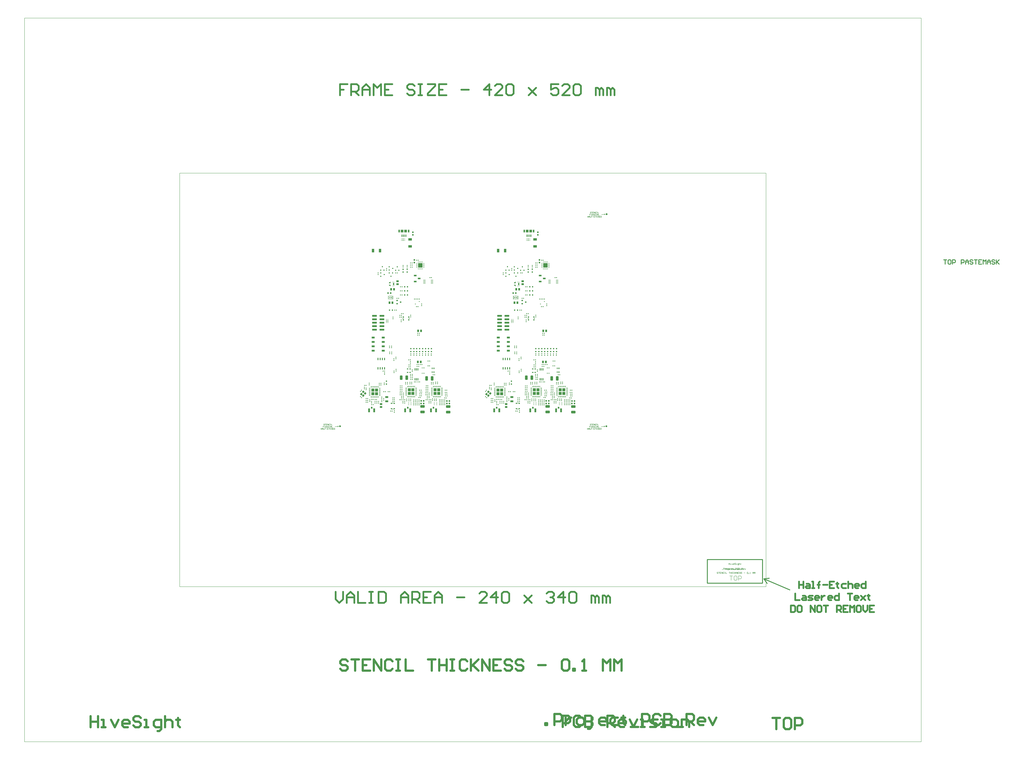
<source format=gtp>
G04*
G04 #@! TF.GenerationSoftware,Altium Limited,Altium Designer,20.1.11 (218)*
G04*
G04 Layer_Color=39423*
%FSLAX24Y24*%
%MOIN*%
G70*
G04*
G04 #@! TF.SameCoordinates,8194AE10-D8BA-4751-92DC-40E7559DD0BA*
G04*
G04*
G04 #@! TF.FilePolarity,Positive*
G04*
G01*
G75*
%ADD10C,0.0050*%
%ADD11C,0.0200*%
%ADD12C,0.0060*%
%ADD13C,0.0500*%
%ADD14C,0.0394*%
%ADD15R,0.0222X0.0142*%
%ADD16R,0.0142X0.0222*%
%ADD17R,0.0344X0.0610*%
%ADD18R,0.0689X0.0689*%
%ADD19R,0.0079X0.0118*%
G04:AMPARAMS|DCode=20|XSize=41.3mil|YSize=45.3mil|CornerRadius=3.3mil|HoleSize=0mil|Usage=FLASHONLY|Rotation=320.000|XOffset=0mil|YOffset=0mil|HoleType=Round|Shape=RoundedRectangle|*
%AMROUNDEDRECTD20*
21,1,0.0413,0.0386,0,0,320.0*
21,1,0.0346,0.0453,0,0,320.0*
1,1,0.0067,0.0009,-0.0259*
1,1,0.0067,-0.0257,-0.0036*
1,1,0.0067,-0.0009,0.0259*
1,1,0.0067,0.0257,0.0036*
%
%ADD20ROUNDEDRECTD20*%
G04:AMPARAMS|DCode=21|XSize=20mil|YSize=20mil|CornerRadius=6mil|HoleSize=0mil|Usage=FLASHONLY|Rotation=180.000|XOffset=0mil|YOffset=0mil|HoleType=Round|Shape=RoundedRectangle|*
%AMROUNDEDRECTD21*
21,1,0.0200,0.0080,0,0,180.0*
21,1,0.0080,0.0200,0,0,180.0*
1,1,0.0120,-0.0040,0.0040*
1,1,0.0120,0.0040,0.0040*
1,1,0.0120,0.0040,-0.0040*
1,1,0.0120,-0.0040,-0.0040*
%
%ADD21ROUNDEDRECTD21*%
G04:AMPARAMS|DCode=22|XSize=7.9mil|YSize=22.2mil|CornerRadius=1.2mil|HoleSize=0mil|Usage=FLASHONLY|Rotation=90.000|XOffset=0mil|YOffset=0mil|HoleType=Round|Shape=RoundedRectangle|*
%AMROUNDEDRECTD22*
21,1,0.0079,0.0199,0,0,90.0*
21,1,0.0055,0.0222,0,0,90.0*
1,1,0.0024,0.0099,0.0028*
1,1,0.0024,0.0099,-0.0028*
1,1,0.0024,-0.0099,-0.0028*
1,1,0.0024,-0.0099,0.0028*
%
%ADD22ROUNDEDRECTD22*%
G04:AMPARAMS|DCode=23|XSize=20mil|YSize=20mil|CornerRadius=6mil|HoleSize=0mil|Usage=FLASHONLY|Rotation=90.000|XOffset=0mil|YOffset=0mil|HoleType=Round|Shape=RoundedRectangle|*
%AMROUNDEDRECTD23*
21,1,0.0200,0.0080,0,0,90.0*
21,1,0.0080,0.0200,0,0,90.0*
1,1,0.0120,0.0040,0.0040*
1,1,0.0120,0.0040,-0.0040*
1,1,0.0120,-0.0040,-0.0040*
1,1,0.0120,-0.0040,0.0040*
%
%ADD23ROUNDEDRECTD23*%
G04:AMPARAMS|DCode=24|XSize=7.9mil|YSize=22.2mil|CornerRadius=1.2mil|HoleSize=0mil|Usage=FLASHONLY|Rotation=0.000|XOffset=0mil|YOffset=0mil|HoleType=Round|Shape=RoundedRectangle|*
%AMROUNDEDRECTD24*
21,1,0.0079,0.0199,0,0,0.0*
21,1,0.0055,0.0222,0,0,0.0*
1,1,0.0024,0.0028,-0.0099*
1,1,0.0024,-0.0028,-0.0099*
1,1,0.0024,-0.0028,0.0099*
1,1,0.0024,0.0028,0.0099*
%
%ADD24ROUNDEDRECTD24*%
G04:AMPARAMS|DCode=25|XSize=15.7mil|YSize=53.1mil|CornerRadius=3.9mil|HoleSize=0mil|Usage=FLASHONLY|Rotation=180.000|XOffset=0mil|YOffset=0mil|HoleType=Round|Shape=RoundedRectangle|*
%AMROUNDEDRECTD25*
21,1,0.0157,0.0453,0,0,180.0*
21,1,0.0079,0.0531,0,0,180.0*
1,1,0.0079,-0.0039,0.0226*
1,1,0.0079,0.0039,0.0226*
1,1,0.0079,0.0039,-0.0226*
1,1,0.0079,-0.0039,-0.0226*
%
%ADD25ROUNDEDRECTD25*%
%ADD26R,0.0591X0.0610*%
G04:AMPARAMS|DCode=27|XSize=5.9mil|YSize=31.5mil|CornerRadius=0mil|HoleSize=0mil|Usage=FLASHONLY|Rotation=180.000|XOffset=0mil|YOffset=0mil|HoleType=Round|Shape=RoundedRectangle|*
%AMROUNDEDRECTD27*
21,1,0.0059,0.0315,0,0,180.0*
21,1,0.0059,0.0315,0,0,180.0*
1,1,0.0000,-0.0030,0.0157*
1,1,0.0000,0.0030,0.0157*
1,1,0.0000,0.0030,-0.0157*
1,1,0.0000,-0.0030,-0.0157*
%
%ADD27ROUNDEDRECTD27*%
G04:AMPARAMS|DCode=28|XSize=5.9mil|YSize=31.5mil|CornerRadius=0mil|HoleSize=0mil|Usage=FLASHONLY|Rotation=90.000|XOffset=0mil|YOffset=0mil|HoleType=Round|Shape=RoundedRectangle|*
%AMROUNDEDRECTD28*
21,1,0.0059,0.0315,0,0,90.0*
21,1,0.0059,0.0315,0,0,90.0*
1,1,0.0000,0.0157,0.0030*
1,1,0.0000,0.0157,-0.0030*
1,1,0.0000,-0.0157,-0.0030*
1,1,0.0000,-0.0157,0.0030*
%
%ADD28ROUNDEDRECTD28*%
G04:AMPARAMS|DCode=29|XSize=55mil|YSize=43mil|CornerRadius=8mil|HoleSize=0mil|Usage=FLASHONLY|Rotation=180.000|XOffset=0mil|YOffset=0mil|HoleType=Round|Shape=RoundedRectangle|*
%AMROUNDEDRECTD29*
21,1,0.0550,0.0271,0,0,180.0*
21,1,0.0391,0.0430,0,0,180.0*
1,1,0.0159,-0.0195,0.0135*
1,1,0.0159,0.0195,0.0135*
1,1,0.0159,0.0195,-0.0135*
1,1,0.0159,-0.0195,-0.0135*
%
%ADD29ROUNDEDRECTD29*%
%ADD30R,0.0390X0.0850*%
%ADD31R,0.0370X0.0390*%
G04:AMPARAMS|DCode=32|XSize=39.4mil|YSize=108.3mil|CornerRadius=3.9mil|HoleSize=0mil|Usage=FLASHONLY|Rotation=270.000|XOffset=0mil|YOffset=0mil|HoleType=Round|Shape=RoundedRectangle|*
%AMROUNDEDRECTD32*
21,1,0.0394,0.1004,0,0,270.0*
21,1,0.0315,0.1083,0,0,270.0*
1,1,0.0079,-0.0502,-0.0157*
1,1,0.0079,-0.0502,0.0157*
1,1,0.0079,0.0502,0.0157*
1,1,0.0079,0.0502,-0.0157*
%
%ADD32ROUNDEDRECTD32*%
G04:AMPARAMS|DCode=33|XSize=35.4mil|YSize=6.7mil|CornerRadius=0mil|HoleSize=0mil|Usage=FLASHONLY|Rotation=0.000|XOffset=0mil|YOffset=0mil|HoleType=Round|Shape=RoundedRectangle|*
%AMROUNDEDRECTD33*
21,1,0.0354,0.0067,0,0,0.0*
21,1,0.0354,0.0067,0,0,0.0*
1,1,0.0000,0.0177,-0.0033*
1,1,0.0000,-0.0177,-0.0033*
1,1,0.0000,-0.0177,0.0033*
1,1,0.0000,0.0177,0.0033*
%
%ADD33ROUNDEDRECTD33*%
G04:AMPARAMS|DCode=34|XSize=35.4mil|YSize=6.7mil|CornerRadius=0mil|HoleSize=0mil|Usage=FLASHONLY|Rotation=90.000|XOffset=0mil|YOffset=0mil|HoleType=Round|Shape=RoundedRectangle|*
%AMROUNDEDRECTD34*
21,1,0.0354,0.0067,0,0,90.0*
21,1,0.0354,0.0067,0,0,90.0*
1,1,0.0000,0.0033,0.0177*
1,1,0.0000,0.0033,-0.0177*
1,1,0.0000,-0.0033,-0.0177*
1,1,0.0000,-0.0033,0.0177*
%
%ADD34ROUNDEDRECTD34*%
%ADD35R,0.0089X0.0118*%
%ADD36R,0.0039X0.0118*%
G04:AMPARAMS|DCode=37|XSize=55mil|YSize=43mil|CornerRadius=8mil|HoleSize=0mil|Usage=FLASHONLY|Rotation=270.000|XOffset=0mil|YOffset=0mil|HoleType=Round|Shape=RoundedRectangle|*
%AMROUNDEDRECTD37*
21,1,0.0550,0.0271,0,0,270.0*
21,1,0.0391,0.0430,0,0,270.0*
1,1,0.0159,-0.0135,-0.0195*
1,1,0.0159,-0.0135,0.0195*
1,1,0.0159,0.0135,0.0195*
1,1,0.0159,0.0135,-0.0195*
%
%ADD37ROUNDEDRECTD37*%
G04:AMPARAMS|DCode=38|XSize=38.2mil|YSize=68.1mil|CornerRadius=3mil|HoleSize=0mil|Usage=FLASHONLY|Rotation=270.000|XOffset=0mil|YOffset=0mil|HoleType=Round|Shape=RoundedRectangle|*
%AMROUNDEDRECTD38*
21,1,0.0382,0.0620,0,0,270.0*
21,1,0.0321,0.0681,0,0,270.0*
1,1,0.0061,-0.0310,-0.0161*
1,1,0.0061,-0.0310,0.0161*
1,1,0.0061,0.0310,0.0161*
1,1,0.0061,0.0310,-0.0161*
%
%ADD38ROUNDEDRECTD38*%
G04:AMPARAMS|DCode=39|XSize=23.6mil|YSize=25.6mil|CornerRadius=2.4mil|HoleSize=0mil|Usage=FLASHONLY|Rotation=270.000|XOffset=0mil|YOffset=0mil|HoleType=Round|Shape=RoundedRectangle|*
%AMROUNDEDRECTD39*
21,1,0.0236,0.0209,0,0,270.0*
21,1,0.0189,0.0256,0,0,270.0*
1,1,0.0047,-0.0104,-0.0094*
1,1,0.0047,-0.0104,0.0094*
1,1,0.0047,0.0104,0.0094*
1,1,0.0047,0.0104,-0.0094*
%
%ADD39ROUNDEDRECTD39*%
G04:AMPARAMS|DCode=40|XSize=27.6mil|YSize=13.8mil|CornerRadius=1.4mil|HoleSize=0mil|Usage=FLASHONLY|Rotation=90.000|XOffset=0mil|YOffset=0mil|HoleType=Round|Shape=RoundedRectangle|*
%AMROUNDEDRECTD40*
21,1,0.0276,0.0110,0,0,90.0*
21,1,0.0248,0.0138,0,0,90.0*
1,1,0.0028,0.0055,0.0124*
1,1,0.0028,0.0055,-0.0124*
1,1,0.0028,-0.0055,-0.0124*
1,1,0.0028,-0.0055,0.0124*
%
%ADD40ROUNDEDRECTD40*%
%ADD41R,0.0295X0.0295*%
G04:AMPARAMS|DCode=42|XSize=22.8mil|YSize=31.5mil|CornerRadius=0.3mil|HoleSize=0mil|Usage=FLASHONLY|Rotation=270.000|XOffset=0mil|YOffset=0mil|HoleType=Round|Shape=RoundedRectangle|*
%AMROUNDEDRECTD42*
21,1,0.0228,0.0310,0,0,270.0*
21,1,0.0223,0.0315,0,0,270.0*
1,1,0.0005,-0.0155,-0.0112*
1,1,0.0005,-0.0155,0.0112*
1,1,0.0005,0.0155,0.0112*
1,1,0.0005,0.0155,-0.0112*
%
%ADD42ROUNDEDRECTD42*%
G04:AMPARAMS|DCode=43|XSize=13.8mil|YSize=55.1mil|CornerRadius=0mil|HoleSize=0mil|Usage=FLASHONLY|Rotation=180.000|XOffset=0mil|YOffset=0mil|HoleType=Round|Shape=RoundedRectangle|*
%AMROUNDEDRECTD43*
21,1,0.0138,0.0551,0,0,180.0*
21,1,0.0138,0.0551,0,0,180.0*
1,1,0.0000,-0.0069,0.0276*
1,1,0.0000,0.0069,0.0276*
1,1,0.0000,0.0069,-0.0276*
1,1,0.0000,-0.0069,-0.0276*
%
%ADD43ROUNDEDRECTD43*%
%ADD44R,0.0984X0.0984*%
%ADD45R,0.0098X0.0256*%
%ADD46R,0.0256X0.0098*%
G04:AMPARAMS|DCode=47|XSize=20mil|YSize=20mil|CornerRadius=6mil|HoleSize=0mil|Usage=FLASHONLY|Rotation=140.000|XOffset=0mil|YOffset=0mil|HoleType=Round|Shape=RoundedRectangle|*
%AMROUNDEDRECTD47*
21,1,0.0200,0.0080,0,0,140.0*
21,1,0.0080,0.0200,0,0,140.0*
1,1,0.0120,-0.0005,0.0056*
1,1,0.0120,0.0056,0.0005*
1,1,0.0120,0.0005,-0.0056*
1,1,0.0120,-0.0056,-0.0005*
%
%ADD47ROUNDEDRECTD47*%
G04:AMPARAMS|DCode=48|XSize=35mil|YSize=34mil|CornerRadius=6mil|HoleSize=0mil|Usage=FLASHONLY|Rotation=180.000|XOffset=0mil|YOffset=0mil|HoleType=Round|Shape=RoundedRectangle|*
%AMROUNDEDRECTD48*
21,1,0.0350,0.0221,0,0,180.0*
21,1,0.0231,0.0340,0,0,180.0*
1,1,0.0119,-0.0116,0.0111*
1,1,0.0119,0.0116,0.0111*
1,1,0.0119,0.0116,-0.0111*
1,1,0.0119,-0.0116,-0.0111*
%
%ADD48ROUNDEDRECTD48*%
G04:AMPARAMS|DCode=49|XSize=98.4mil|YSize=59.1mil|CornerRadius=11.8mil|HoleSize=0mil|Usage=FLASHONLY|Rotation=180.000|XOffset=0mil|YOffset=0mil|HoleType=Round|Shape=RoundedRectangle|*
%AMROUNDEDRECTD49*
21,1,0.0984,0.0354,0,0,180.0*
21,1,0.0748,0.0591,0,0,180.0*
1,1,0.0236,-0.0374,0.0177*
1,1,0.0236,0.0374,0.0177*
1,1,0.0236,0.0374,-0.0177*
1,1,0.0236,-0.0374,-0.0177*
%
%ADD49ROUNDEDRECTD49*%
G04:AMPARAMS|DCode=50|XSize=21.7mil|YSize=55.1mil|CornerRadius=2.6mil|HoleSize=0mil|Usage=FLASHONLY|Rotation=0.000|XOffset=0mil|YOffset=0mil|HoleType=Round|Shape=RoundedRectangle|*
%AMROUNDEDRECTD50*
21,1,0.0217,0.0500,0,0,0.0*
21,1,0.0165,0.0551,0,0,0.0*
1,1,0.0051,0.0083,-0.0250*
1,1,0.0051,-0.0083,-0.0250*
1,1,0.0051,-0.0083,0.0250*
1,1,0.0051,0.0083,0.0250*
%
%ADD50ROUNDEDRECTD50*%
%ADD51R,0.0226X0.0138*%
%ADD52R,0.0295X0.0295*%
G04:AMPARAMS|DCode=53|XSize=68.9mil|YSize=37.4mil|CornerRadius=3mil|HoleSize=0mil|Usage=FLASHONLY|Rotation=0.000|XOffset=0mil|YOffset=0mil|HoleType=Round|Shape=RoundedRectangle|*
%AMROUNDEDRECTD53*
21,1,0.0689,0.0315,0,0,0.0*
21,1,0.0630,0.0374,0,0,0.0*
1,1,0.0059,0.0315,-0.0157*
1,1,0.0059,-0.0315,-0.0157*
1,1,0.0059,-0.0315,0.0157*
1,1,0.0059,0.0315,0.0157*
%
%ADD53ROUNDEDRECTD53*%
G04:AMPARAMS|DCode=54|XSize=27.6mil|YSize=13.8mil|CornerRadius=1.4mil|HoleSize=0mil|Usage=FLASHONLY|Rotation=0.000|XOffset=0mil|YOffset=0mil|HoleType=Round|Shape=RoundedRectangle|*
%AMROUNDEDRECTD54*
21,1,0.0276,0.0110,0,0,0.0*
21,1,0.0248,0.0138,0,0,0.0*
1,1,0.0028,0.0124,-0.0055*
1,1,0.0028,-0.0124,-0.0055*
1,1,0.0028,-0.0124,0.0055*
1,1,0.0028,0.0124,0.0055*
%
%ADD54ROUNDEDRECTD54*%
G04:AMPARAMS|DCode=55|XSize=23.6mil|YSize=25.6mil|CornerRadius=2.4mil|HoleSize=0mil|Usage=FLASHONLY|Rotation=0.000|XOffset=0mil|YOffset=0mil|HoleType=Round|Shape=RoundedRectangle|*
%AMROUNDEDRECTD55*
21,1,0.0236,0.0209,0,0,0.0*
21,1,0.0189,0.0256,0,0,0.0*
1,1,0.0047,0.0094,-0.0104*
1,1,0.0047,-0.0094,-0.0104*
1,1,0.0047,-0.0094,0.0104*
1,1,0.0047,0.0094,0.0104*
%
%ADD55ROUNDEDRECTD55*%
G04:AMPARAMS|DCode=56|XSize=7.9mil|YSize=27.6mil|CornerRadius=0mil|HoleSize=0mil|Usage=FLASHONLY|Rotation=180.000|XOffset=0mil|YOffset=0mil|HoleType=Round|Shape=RoundedRectangle|*
%AMROUNDEDRECTD56*
21,1,0.0079,0.0276,0,0,180.0*
21,1,0.0079,0.0276,0,0,180.0*
1,1,0.0000,-0.0039,0.0138*
1,1,0.0000,0.0039,0.0138*
1,1,0.0000,0.0039,-0.0138*
1,1,0.0000,-0.0039,-0.0138*
%
%ADD56ROUNDEDRECTD56*%
G04:AMPARAMS|DCode=57|XSize=98.4mil|YSize=59.1mil|CornerRadius=11.8mil|HoleSize=0mil|Usage=FLASHONLY|Rotation=90.000|XOffset=0mil|YOffset=0mil|HoleType=Round|Shape=RoundedRectangle|*
%AMROUNDEDRECTD57*
21,1,0.0984,0.0354,0,0,90.0*
21,1,0.0748,0.0591,0,0,90.0*
1,1,0.0236,0.0177,0.0374*
1,1,0.0236,0.0177,-0.0374*
1,1,0.0236,-0.0177,-0.0374*
1,1,0.0236,-0.0177,0.0374*
%
%ADD57ROUNDEDRECTD57*%
G04:AMPARAMS|DCode=58|XSize=13.8mil|YSize=33.5mil|CornerRadius=0mil|HoleSize=0mil|Usage=FLASHONLY|Rotation=0.000|XOffset=0mil|YOffset=0mil|HoleType=Round|Shape=RoundedRectangle|*
%AMROUNDEDRECTD58*
21,1,0.0138,0.0335,0,0,0.0*
21,1,0.0138,0.0335,0,0,0.0*
1,1,0.0000,0.0069,-0.0167*
1,1,0.0000,-0.0069,-0.0167*
1,1,0.0000,-0.0069,0.0167*
1,1,0.0000,0.0069,0.0167*
%
%ADD58ROUNDEDRECTD58*%
G04:AMPARAMS|DCode=59|XSize=29.5mil|YSize=9.8mil|CornerRadius=0.2mil|HoleSize=0mil|Usage=FLASHONLY|Rotation=180.000|XOffset=0mil|YOffset=0mil|HoleType=Round|Shape=RoundedRectangle|*
%AMROUNDEDRECTD59*
21,1,0.0295,0.0094,0,0,180.0*
21,1,0.0291,0.0098,0,0,180.0*
1,1,0.0004,-0.0146,0.0047*
1,1,0.0004,0.0146,0.0047*
1,1,0.0004,0.0146,-0.0047*
1,1,0.0004,-0.0146,-0.0047*
%
%ADD59ROUNDEDRECTD59*%
%ADD60R,0.0217X0.0256*%
%ADD61R,0.0335X0.0295*%
%ADD62R,0.0839X0.0579*%
G04:AMPARAMS|DCode=63|XSize=9.8mil|YSize=55.1mil|CornerRadius=0.8mil|HoleSize=0mil|Usage=FLASHONLY|Rotation=90.000|XOffset=0mil|YOffset=0mil|HoleType=Round|Shape=RoundedRectangle|*
%AMROUNDEDRECTD63*
21,1,0.0098,0.0535,0,0,90.0*
21,1,0.0083,0.0551,0,0,90.0*
1,1,0.0016,0.0268,0.0041*
1,1,0.0016,0.0268,-0.0041*
1,1,0.0016,-0.0268,-0.0041*
1,1,0.0016,-0.0268,0.0041*
%
%ADD63ROUNDEDRECTD63*%
G04:AMPARAMS|DCode=64|XSize=35mil|YSize=34mil|CornerRadius=6mil|HoleSize=0mil|Usage=FLASHONLY|Rotation=270.000|XOffset=0mil|YOffset=0mil|HoleType=Round|Shape=RoundedRectangle|*
%AMROUNDEDRECTD64*
21,1,0.0350,0.0221,0,0,270.0*
21,1,0.0231,0.0340,0,0,270.0*
1,1,0.0119,-0.0111,-0.0116*
1,1,0.0119,-0.0111,0.0116*
1,1,0.0119,0.0111,0.0116*
1,1,0.0119,0.0111,-0.0116*
%
%ADD64ROUNDEDRECTD64*%
G04:AMPARAMS|DCode=65|XSize=20mil|YSize=20mil|CornerRadius=6mil|HoleSize=0mil|Usage=FLASHONLY|Rotation=50.000|XOffset=0mil|YOffset=0mil|HoleType=Round|Shape=RoundedRectangle|*
%AMROUNDEDRECTD65*
21,1,0.0200,0.0080,0,0,50.0*
21,1,0.0080,0.0200,0,0,50.0*
1,1,0.0120,0.0056,0.0005*
1,1,0.0120,0.0005,-0.0056*
1,1,0.0120,-0.0056,-0.0005*
1,1,0.0120,-0.0005,0.0056*
%
%ADD65ROUNDEDRECTD65*%
%ADD66R,0.0610X0.0374*%
%ADD67R,0.0200X0.0265*%
%ADD68R,0.0265X0.0200*%
%ADD69R,0.0256X0.0217*%
%ADD70R,0.0579X0.0839*%
G36*
X32069Y45955D02*
X32105Y45940D01*
X32137Y45919D01*
X32164Y45891D01*
X32186Y45859D01*
X32201Y45823D01*
X32208Y45785D01*
Y45766D01*
Y45746D01*
X32201Y45708D01*
X32186Y45673D01*
X32164Y45640D01*
X32137Y45613D01*
X32105Y45591D01*
X32069Y45577D01*
X32031Y45569D01*
X31992D01*
X31954Y45577D01*
X31918Y45591D01*
X31886Y45613D01*
X31859Y45640D01*
X31837Y45673D01*
X31822Y45708D01*
X31815Y45746D01*
Y45766D01*
Y45785D01*
X31822Y45823D01*
X31837Y45859D01*
X31859Y45891D01*
X31886Y45919D01*
X31918Y45940D01*
X31954Y45955D01*
X31992Y45963D01*
X32031D01*
X32069Y45955D01*
D02*
G37*
G36*
X11236Y29989D02*
Y29985D01*
X11233Y29978D01*
X11227Y29972D01*
X11220Y29969D01*
X11216D01*
X10832Y29969D01*
Y30039D01*
X10931D01*
X10934Y30039D01*
X10941Y30042D01*
X10947Y30047D01*
X10950Y30054D01*
X10950Y30058D01*
X10950Y30058D01*
X10950Y30216D01*
X11137D01*
X11141Y30216D01*
X11148Y30219D01*
X11154Y30224D01*
X11157Y30231D01*
X11157Y30235D01*
X11157Y30235D01*
X11157Y30334D01*
X11236D01*
X11236Y29989D01*
D02*
G37*
G36*
X-17323D02*
Y29985D01*
X-17326Y29978D01*
X-17332Y29972D01*
X-17339Y29969D01*
X-17343D01*
X-17727Y29969D01*
Y30039D01*
X-17628D01*
X-17625Y30039D01*
X-17618Y30042D01*
X-17612Y30047D01*
X-17609Y30054D01*
X-17609Y30058D01*
X-17609Y30058D01*
X-17609Y30216D01*
X-17422D01*
X-17418Y30216D01*
X-17411Y30219D01*
X-17405Y30224D01*
X-17403Y30231D01*
X-17402Y30235D01*
X-17402Y30235D01*
X-17402Y30334D01*
X-17323D01*
X-17323Y29989D01*
D02*
G37*
G36*
X12053Y30058D02*
X12053Y30054D01*
X12056Y30047D01*
X12062Y30042D01*
X12069Y30039D01*
X12073Y30039D01*
X12171D01*
Y29960D01*
X12073D01*
X12069Y29959D01*
X12062Y29957D01*
X12056Y29951D01*
X12053Y29944D01*
X12053Y29940D01*
Y29665D01*
X12053Y29661D01*
X12056Y29654D01*
X12062Y29648D01*
X12069Y29645D01*
X12073Y29645D01*
X12171D01*
Y29566D01*
X12073D01*
X12073Y29566D01*
X12069Y29566D01*
X12062Y29563D01*
X12056Y29557D01*
X12053Y29550D01*
X12053Y29546D01*
X12053Y29527D01*
X11817D01*
X11817Y30078D01*
X12053D01*
Y30058D01*
D02*
G37*
G36*
X-16506D02*
X-16506Y30054D01*
X-16503Y30047D01*
X-16497Y30042D01*
X-16490Y30039D01*
X-16487Y30039D01*
X-16388D01*
Y29960D01*
X-16487D01*
X-16490Y29959D01*
X-16497Y29957D01*
X-16503Y29951D01*
X-16506Y29944D01*
X-16506Y29940D01*
Y29665D01*
X-16506Y29661D01*
X-16503Y29654D01*
X-16497Y29648D01*
X-16490Y29645D01*
X-16487Y29645D01*
X-16388D01*
Y29566D01*
X-16487D01*
X-16487Y29566D01*
X-16490Y29566D01*
X-16497Y29563D01*
X-16503Y29557D01*
X-16506Y29550D01*
X-16506Y29546D01*
X-16506Y29527D01*
X-16742D01*
X-16742Y30078D01*
X-16506D01*
Y30058D01*
D02*
G37*
G36*
X11227Y29632D02*
X11233Y29627D01*
X11236Y29620D01*
Y29616D01*
X11236Y29271D01*
X11157D01*
X11157Y29369D01*
X11157Y29370D01*
X11157Y29373D01*
X11154Y29380D01*
X11148Y29386D01*
X11141Y29389D01*
X11137Y29389D01*
X10950Y29389D01*
X10950Y29547D01*
X10950Y29547D01*
X10950Y29551D01*
X10947Y29558D01*
X10942Y29563D01*
X10934Y29566D01*
X10931Y29566D01*
X10832Y29566D01*
Y29635D01*
X11216Y29635D01*
X11220D01*
X11227Y29632D01*
D02*
G37*
G36*
X-17332D02*
X-17326Y29627D01*
X-17323Y29620D01*
Y29616D01*
X-17323Y29271D01*
X-17402D01*
X-17402Y29369D01*
X-17402Y29370D01*
X-17402Y29373D01*
X-17405Y29380D01*
X-17411Y29386D01*
X-17418Y29389D01*
X-17422Y29389D01*
X-17609Y29389D01*
X-17609Y29547D01*
X-17609Y29547D01*
X-17609Y29551D01*
X-17612Y29558D01*
X-17618Y29563D01*
X-17625Y29566D01*
X-17628Y29566D01*
X-17727Y29566D01*
Y29635D01*
X-17343Y29635D01*
X-17339D01*
X-17332Y29632D01*
D02*
G37*
G36*
X11307Y27004D02*
X11189D01*
Y27122D01*
X11307D01*
Y27004D01*
D02*
G37*
G36*
X-17252D02*
X-17370D01*
Y27122D01*
X-17252D01*
Y27004D01*
D02*
G37*
G36*
X11091Y27004D02*
X10973D01*
Y27122D01*
X11091D01*
Y27004D01*
D02*
G37*
G36*
X-17468D02*
X-17586D01*
Y27122D01*
X-17468D01*
Y27004D01*
D02*
G37*
G36*
X11524Y27004D02*
X11406D01*
Y27122D01*
X11524D01*
Y27004D01*
D02*
G37*
G36*
X-17035D02*
X-17153D01*
Y27122D01*
X-17035D01*
Y27004D01*
D02*
G37*
G36*
X11150Y26512D02*
X10992D01*
Y26866D01*
X11150D01*
Y26512D01*
D02*
G37*
G36*
X-17409D02*
X-17567D01*
Y26866D01*
X-17409D01*
Y26512D01*
D02*
G37*
G36*
X11504Y26512D02*
X11347D01*
Y26866D01*
X11504D01*
Y26512D01*
D02*
G37*
G36*
X-17055D02*
X-17212D01*
Y26866D01*
X-17055D01*
Y26512D01*
D02*
G37*
G36*
X11809Y26286D02*
X11681D01*
Y27093D01*
X11809D01*
Y26286D01*
D02*
G37*
G36*
X10815D02*
X10687D01*
Y27093D01*
X10815D01*
Y26286D01*
D02*
G37*
G36*
X-16750D02*
X-16878D01*
Y27093D01*
X-16750D01*
Y26286D01*
D02*
G37*
G36*
X-17744D02*
X-17872D01*
Y27093D01*
X-17744D01*
Y26286D01*
D02*
G37*
G36*
X11091Y26256D02*
X10973D01*
Y26374D01*
X11091D01*
Y26256D01*
D02*
G37*
G36*
X-17468D02*
X-17586D01*
Y26374D01*
X-17468D01*
Y26256D01*
D02*
G37*
G36*
X11524Y26256D02*
X11406D01*
Y26374D01*
X11524D01*
Y26256D01*
D02*
G37*
G36*
X-17035D02*
X-17153D01*
Y26374D01*
X-17035D01*
Y26256D01*
D02*
G37*
G36*
X11307Y26256D02*
X11189D01*
Y26374D01*
X11307D01*
Y26256D01*
D02*
G37*
G36*
X-17252D02*
X-17370D01*
Y26374D01*
X-17252D01*
Y26256D01*
D02*
G37*
G36*
X32012Y-2505D02*
X32048Y-2520D01*
X32080Y-2541D01*
X32108Y-2569D01*
X32129Y-2601D01*
X32144Y-2637D01*
X32152Y-2675D01*
Y-2694D01*
Y-2714D01*
X32144Y-2752D01*
X32129Y-2787D01*
X32108Y-2820D01*
X32080Y-2847D01*
X32048Y-2869D01*
X32012Y-2883D01*
X31974Y-2891D01*
X31936D01*
X31898Y-2883D01*
X31862Y-2869D01*
X31829Y-2847D01*
X31802Y-2820D01*
X31780Y-2787D01*
X31766Y-2752D01*
X31758Y-2714D01*
Y-2694D01*
Y-2675D01*
X31766Y-2637D01*
X31780Y-2601D01*
X31802Y-2569D01*
X31829Y-2541D01*
X31862Y-2520D01*
X31898Y-2505D01*
X31936Y-2497D01*
X31974D01*
X32012Y-2505D01*
D02*
G37*
G36*
X-28804D02*
X-28768Y-2520D01*
X-28736Y-2541D01*
X-28708Y-2569D01*
X-28687Y-2601D01*
X-28672Y-2637D01*
X-28665Y-2675D01*
Y-2694D01*
Y-2714D01*
X-28672Y-2752D01*
X-28687Y-2787D01*
X-28708Y-2820D01*
X-28736Y-2847D01*
X-28768Y-2869D01*
X-28804Y-2883D01*
X-28842Y-2891D01*
X-28881D01*
X-28919Y-2883D01*
X-28955Y-2869D01*
X-28987Y-2847D01*
X-29014Y-2820D01*
X-29036Y-2787D01*
X-29051Y-2752D01*
X-29058Y-2714D01*
Y-2694D01*
Y-2675D01*
X-29051Y-2637D01*
X-29036Y-2601D01*
X-29014Y-2569D01*
X-28987Y-2541D01*
X-28955Y-2520D01*
X-28919Y-2505D01*
X-28881Y-2497D01*
X-28842D01*
X-28804Y-2505D01*
D02*
G37*
D10*
X-29401Y-2644D02*
X-29181Y-2734D01*
X-29391Y-2864D02*
X-29181Y-2734D01*
X-30031Y-2804D02*
X-29181Y-2734D01*
X31472Y45816D02*
X31692Y45726D01*
X31482Y45596D02*
X31692Y45726D01*
X30842Y45656D02*
X31692Y45726D01*
X31415Y-2644D02*
X31635Y-2734D01*
X31425Y-2864D02*
X31635Y-2734D01*
X30785Y-2804D02*
X31635Y-2734D01*
X28486Y46226D02*
X28436Y46276D01*
X28336D01*
X28286Y46226D01*
Y46176D01*
X28336Y46126D01*
X28436D01*
X28486Y46076D01*
Y46026D01*
X28436Y45976D01*
X28336D01*
X28286Y46026D01*
X28586Y46276D02*
X28786D01*
X28686D01*
Y45976D01*
X29086Y46276D02*
X28886D01*
Y45976D01*
X29086D01*
X28886Y46126D02*
X28986D01*
X29186Y45976D02*
Y46276D01*
X29386Y45976D01*
Y46276D01*
X29686Y46226D02*
X29636Y46276D01*
X29536D01*
X29486Y46226D01*
Y46026D01*
X29536Y45976D01*
X29636D01*
X29686Y46026D01*
X29786Y46276D02*
X29886D01*
X29836D01*
Y45976D01*
X29786D01*
X29886D01*
X30036Y46276D02*
Y45976D01*
X30236D01*
X28361Y45796D02*
X28161D01*
Y45646D01*
X28261D01*
X28161D01*
Y45496D01*
X28461Y45796D02*
X28561D01*
X28511D01*
Y45496D01*
X28461D01*
X28561D01*
X28711Y45796D02*
Y45496D01*
X28861D01*
X28911Y45546D01*
Y45746D01*
X28861Y45796D01*
X28711D01*
X29011D02*
Y45546D01*
X29061Y45496D01*
X29161D01*
X29211Y45546D01*
Y45796D01*
X29511Y45746D02*
X29461Y45796D01*
X29361D01*
X29311Y45746D01*
Y45546D01*
X29361Y45496D01*
X29461D01*
X29511Y45546D01*
X29611Y45796D02*
X29711D01*
X29661D01*
Y45496D01*
X29611D01*
X29711D01*
X29861D02*
Y45696D01*
X29961Y45796D01*
X30061Y45696D01*
Y45496D01*
Y45646D01*
X29861D01*
X30161Y45796D02*
Y45496D01*
X30361D01*
X27662Y45316D02*
Y45016D01*
Y45166D01*
X27861D01*
Y45316D01*
Y45016D01*
X27961D02*
Y45216D01*
X28061Y45316D01*
X28161Y45216D01*
Y45016D01*
Y45166D01*
X27961D01*
X28261Y45316D02*
Y45016D01*
X28461D01*
X28761Y45316D02*
X28561D01*
Y45166D01*
X28661D01*
X28561D01*
Y45016D01*
X28861Y45166D02*
X29061D01*
X29361Y45316D02*
X29161D01*
Y45016D01*
X29361D01*
X29161Y45166D02*
X29261D01*
X29461Y45316D02*
X29661D01*
X29561D01*
Y45016D01*
X29961Y45266D02*
X29911Y45316D01*
X29811D01*
X29761Y45266D01*
Y45066D01*
X29811Y45016D01*
X29911D01*
X29961Y45066D01*
X30061Y45316D02*
Y45016D01*
Y45166D01*
X30261D01*
Y45316D01*
Y45016D01*
X30561Y45316D02*
X30361D01*
Y45016D01*
X30561D01*
X30361Y45166D02*
X30461D01*
X30661Y45316D02*
Y45016D01*
X30811D01*
X30861Y45066D01*
Y45266D01*
X30811Y45316D01*
X30661D01*
X57446Y-36081D02*
X57387Y-36023D01*
X57271D01*
X57212Y-36081D01*
Y-36139D01*
X57271Y-36198D01*
X57387D01*
X57446Y-36256D01*
Y-36314D01*
X57387Y-36373D01*
X57271D01*
X57212Y-36314D01*
X57562Y-36023D02*
X57795D01*
X57679D01*
Y-36373D01*
X58145Y-36023D02*
X57912D01*
Y-36373D01*
X58145D01*
X57912Y-36198D02*
X58029D01*
X58262Y-36373D02*
Y-36023D01*
X58495Y-36373D01*
Y-36023D01*
X58845Y-36081D02*
X58787Y-36023D01*
X58670D01*
X58612Y-36081D01*
Y-36314D01*
X58670Y-36373D01*
X58787D01*
X58845Y-36314D01*
X58962Y-36023D02*
X59078D01*
X59020D01*
Y-36373D01*
X58962D01*
X59078D01*
X59253Y-36023D02*
Y-36373D01*
X59487D01*
X59953Y-36023D02*
X60186D01*
X60070D01*
Y-36373D01*
X60303Y-36023D02*
Y-36373D01*
Y-36198D01*
X60536D01*
Y-36023D01*
Y-36373D01*
X60653Y-36023D02*
X60769D01*
X60711D01*
Y-36373D01*
X60653D01*
X60769D01*
X61178Y-36081D02*
X61119Y-36023D01*
X61003D01*
X60944Y-36081D01*
Y-36314D01*
X61003Y-36373D01*
X61119D01*
X61178Y-36314D01*
X61294Y-36023D02*
Y-36373D01*
Y-36256D01*
X61528Y-36023D01*
X61353Y-36198D01*
X61528Y-36373D01*
X61644D02*
Y-36023D01*
X61877Y-36373D01*
Y-36023D01*
X62227D02*
X61994D01*
Y-36373D01*
X62227D01*
X61994Y-36198D02*
X62111D01*
X62577Y-36081D02*
X62519Y-36023D01*
X62402D01*
X62344Y-36081D01*
Y-36139D01*
X62402Y-36198D01*
X62519D01*
X62577Y-36256D01*
Y-36314D01*
X62519Y-36373D01*
X62402D01*
X62344Y-36314D01*
X62927Y-36081D02*
X62869Y-36023D01*
X62752D01*
X62694Y-36081D01*
Y-36139D01*
X62752Y-36198D01*
X62869D01*
X62927Y-36256D01*
Y-36314D01*
X62869Y-36373D01*
X62752D01*
X62694Y-36314D01*
X63394Y-36198D02*
X63627D01*
X58423Y-35459D02*
Y-35401D01*
X58481D01*
Y-35459D01*
X58423D01*
X58715D02*
Y-35109D01*
X58889D01*
X58948Y-35167D01*
Y-35284D01*
X58889Y-35342D01*
X58715D01*
X59064Y-35226D02*
Y-35459D01*
Y-35342D01*
X59123Y-35284D01*
X59181Y-35226D01*
X59239D01*
X59473Y-35459D02*
X59589D01*
X59648Y-35401D01*
Y-35284D01*
X59589Y-35226D01*
X59473D01*
X59414Y-35284D01*
Y-35401D01*
X59473Y-35459D01*
X59764Y-35576D02*
X59823D01*
X59881Y-35517D01*
Y-35226D01*
X60289Y-35459D02*
X60172D01*
X60114Y-35401D01*
Y-35284D01*
X60172Y-35226D01*
X60289D01*
X60347Y-35284D01*
Y-35342D01*
X60114D01*
X60697Y-35226D02*
X60522D01*
X60464Y-35284D01*
Y-35401D01*
X60522Y-35459D01*
X60697D01*
X60872Y-35167D02*
Y-35226D01*
X60814D01*
X60931D01*
X60872D01*
Y-35401D01*
X60931Y-35459D01*
X61105Y-35517D02*
X61339D01*
X61455Y-35459D02*
Y-35109D01*
X61630D01*
X61689Y-35167D01*
Y-35284D01*
X61630Y-35342D01*
X61455D01*
X62038Y-35167D02*
X61980Y-35109D01*
X61864D01*
X61805Y-35167D01*
Y-35401D01*
X61864Y-35459D01*
X61980D01*
X62038Y-35401D01*
X62155Y-35109D02*
Y-35459D01*
X62330D01*
X62388Y-35401D01*
Y-35342D01*
X62330Y-35284D01*
X62155D01*
X62330D01*
X62388Y-35226D01*
Y-35167D01*
X62330Y-35109D01*
X62155D01*
X62505Y-35517D02*
X62738D01*
X62855Y-35459D02*
Y-35109D01*
X63030D01*
X63088Y-35167D01*
Y-35284D01*
X63030Y-35342D01*
X62855D01*
X62972D02*
X63088Y-35459D01*
X63380D02*
X63263D01*
X63205Y-35401D01*
Y-35284D01*
X63263Y-35226D01*
X63380D01*
X63438Y-35284D01*
Y-35342D01*
X63205D01*
X63555Y-35226D02*
X63671Y-35459D01*
X63788Y-35226D01*
X60110Y-36902D02*
X60776D01*
X60443D01*
Y-37901D01*
X61609Y-36902D02*
X61276D01*
X61110Y-37068D01*
Y-37735D01*
X61276Y-37901D01*
X61609D01*
X61776Y-37735D01*
Y-37068D01*
X61609Y-36902D01*
X62109Y-37901D02*
Y-36902D01*
X62609D01*
X62776Y-37068D01*
Y-37402D01*
X62609Y-37568D01*
X62109D01*
X-32387Y-2234D02*
X-32437Y-2184D01*
X-32537D01*
X-32587Y-2234D01*
Y-2284D01*
X-32537Y-2334D01*
X-32437D01*
X-32387Y-2384D01*
Y-2434D01*
X-32437Y-2484D01*
X-32537D01*
X-32587Y-2434D01*
X-32287Y-2184D02*
X-32087D01*
X-32187D01*
Y-2484D01*
X-31787Y-2184D02*
X-31987D01*
Y-2484D01*
X-31787D01*
X-31987Y-2334D02*
X-31887D01*
X-31687Y-2484D02*
Y-2184D01*
X-31487Y-2484D01*
Y-2184D01*
X-31187Y-2234D02*
X-31237Y-2184D01*
X-31337D01*
X-31387Y-2234D01*
Y-2434D01*
X-31337Y-2484D01*
X-31237D01*
X-31187Y-2434D01*
X-31087Y-2184D02*
X-30987D01*
X-31037D01*
Y-2484D01*
X-31087D01*
X-30987D01*
X-30837Y-2184D02*
Y-2484D01*
X-30637D01*
X-32512Y-2664D02*
X-32712D01*
Y-2814D01*
X-32612D01*
X-32712D01*
Y-2964D01*
X-32412Y-2664D02*
X-32312D01*
X-32362D01*
Y-2964D01*
X-32412D01*
X-32312D01*
X-32162Y-2664D02*
Y-2964D01*
X-32012D01*
X-31962Y-2914D01*
Y-2714D01*
X-32012Y-2664D01*
X-32162D01*
X-31862D02*
Y-2914D01*
X-31812Y-2964D01*
X-31712D01*
X-31662Y-2914D01*
Y-2664D01*
X-31362Y-2714D02*
X-31412Y-2664D01*
X-31512D01*
X-31562Y-2714D01*
Y-2914D01*
X-31512Y-2964D01*
X-31412D01*
X-31362Y-2914D01*
X-31262Y-2664D02*
X-31162D01*
X-31212D01*
Y-2964D01*
X-31262D01*
X-31162D01*
X-31012D02*
Y-2764D01*
X-30912Y-2664D01*
X-30812Y-2764D01*
Y-2964D01*
Y-2814D01*
X-31012D01*
X-30712Y-2664D02*
Y-2964D01*
X-30512D01*
X-33211Y-3144D02*
Y-3444D01*
Y-3294D01*
X-33011D01*
Y-3144D01*
Y-3444D01*
X-32911D02*
Y-3244D01*
X-32812Y-3144D01*
X-32712Y-3244D01*
Y-3444D01*
Y-3294D01*
X-32911D01*
X-32612Y-3144D02*
Y-3444D01*
X-32412D01*
X-32112Y-3144D02*
X-32312D01*
Y-3294D01*
X-32212D01*
X-32312D01*
Y-3444D01*
X-32012Y-3294D02*
X-31812D01*
X-31512Y-3144D02*
X-31712D01*
Y-3444D01*
X-31512D01*
X-31712Y-3294D02*
X-31612D01*
X-31412Y-3144D02*
X-31212D01*
X-31312D01*
Y-3444D01*
X-30912Y-3194D02*
X-30962Y-3144D01*
X-31062D01*
X-31112Y-3194D01*
Y-3394D01*
X-31062Y-3444D01*
X-30962D01*
X-30912Y-3394D01*
X-30812Y-3144D02*
Y-3444D01*
Y-3294D01*
X-30612D01*
Y-3144D01*
Y-3444D01*
X-30312Y-3144D02*
X-30512D01*
Y-3444D01*
X-30312D01*
X-30512Y-3294D02*
X-30412D01*
X-30212Y-3144D02*
Y-3444D01*
X-30062D01*
X-30012Y-3394D01*
Y-3194D01*
X-30062Y-3144D01*
X-30212D01*
X64090Y-36106D02*
X64148Y-36047D01*
X64265D01*
X64323Y-36106D01*
Y-36339D01*
X64265Y-36397D01*
X64148D01*
X64090Y-36339D01*
Y-36106D01*
X64440Y-36397D02*
Y-36339D01*
X64498D01*
Y-36397D01*
X64440D01*
X64731D02*
X64848D01*
X64790D01*
Y-36047D01*
X64731Y-36106D01*
X65373Y-36397D02*
Y-36047D01*
X65489Y-36164D01*
X65606Y-36047D01*
Y-36397D01*
X65723D02*
Y-36047D01*
X65839Y-36164D01*
X65956Y-36047D01*
Y-36397D01*
X28430Y-2234D02*
X28380Y-2184D01*
X28280D01*
X28230Y-2234D01*
Y-2284D01*
X28280Y-2334D01*
X28380D01*
X28430Y-2384D01*
Y-2434D01*
X28380Y-2484D01*
X28280D01*
X28230Y-2434D01*
X28530Y-2184D02*
X28730D01*
X28630D01*
Y-2484D01*
X29029Y-2184D02*
X28830D01*
Y-2484D01*
X29029D01*
X28830Y-2334D02*
X28930D01*
X29129Y-2484D02*
Y-2184D01*
X29329Y-2484D01*
Y-2184D01*
X29629Y-2234D02*
X29579Y-2184D01*
X29479D01*
X29429Y-2234D01*
Y-2434D01*
X29479Y-2484D01*
X29579D01*
X29629Y-2434D01*
X29729Y-2184D02*
X29829D01*
X29779D01*
Y-2484D01*
X29729D01*
X29829D01*
X29979Y-2184D02*
Y-2484D01*
X30179D01*
X28305Y-2664D02*
X28105D01*
Y-2814D01*
X28205D01*
X28105D01*
Y-2964D01*
X28405Y-2664D02*
X28505D01*
X28455D01*
Y-2964D01*
X28405D01*
X28505D01*
X28655Y-2664D02*
Y-2964D01*
X28805D01*
X28855Y-2914D01*
Y-2714D01*
X28805Y-2664D01*
X28655D01*
X28954D02*
Y-2914D01*
X29004Y-2964D01*
X29104D01*
X29154Y-2914D01*
Y-2664D01*
X29454Y-2714D02*
X29404Y-2664D01*
X29304D01*
X29254Y-2714D01*
Y-2914D01*
X29304Y-2964D01*
X29404D01*
X29454Y-2914D01*
X29554Y-2664D02*
X29654D01*
X29604D01*
Y-2964D01*
X29554D01*
X29654D01*
X29804D02*
Y-2764D01*
X29904Y-2664D01*
X30004Y-2764D01*
Y-2964D01*
Y-2814D01*
X29804D01*
X30104Y-2664D02*
Y-2964D01*
X30304D01*
X27605Y-3144D02*
Y-3444D01*
Y-3294D01*
X27805D01*
Y-3144D01*
Y-3444D01*
X27905D02*
Y-3244D01*
X28005Y-3144D01*
X28105Y-3244D01*
Y-3444D01*
Y-3294D01*
X27905D01*
X28205Y-3144D02*
Y-3444D01*
X28405D01*
X28705Y-3144D02*
X28505D01*
Y-3294D01*
X28605D01*
X28505D01*
Y-3444D01*
X28805Y-3294D02*
X29004D01*
X29304Y-3144D02*
X29104D01*
Y-3444D01*
X29304D01*
X29104Y-3294D02*
X29204D01*
X29404Y-3144D02*
X29604D01*
X29504D01*
Y-3444D01*
X29904Y-3194D02*
X29854Y-3144D01*
X29754D01*
X29704Y-3194D01*
Y-3394D01*
X29754Y-3444D01*
X29854D01*
X29904Y-3394D01*
X30004Y-3144D02*
Y-3444D01*
Y-3294D01*
X30204D01*
Y-3144D01*
Y-3444D01*
X30504Y-3144D02*
X30304D01*
Y-3444D01*
X30504D01*
X30304Y-3294D02*
X30404D01*
X30604Y-3144D02*
Y-3444D01*
X30754D01*
X30804Y-3394D01*
Y-3194D01*
X30754Y-3144D01*
X30604D01*
X59120Y-35507D02*
Y-35157D01*
X59295D01*
X59353Y-35216D01*
Y-35332D01*
X59295Y-35391D01*
X59120D01*
X59703Y-35216D02*
X59645Y-35157D01*
X59528D01*
X59470Y-35216D01*
Y-35449D01*
X59528Y-35507D01*
X59645D01*
X59703Y-35449D01*
X59819Y-35157D02*
Y-35507D01*
X59994D01*
X60053Y-35449D01*
Y-35391D01*
X59994Y-35332D01*
X59819D01*
X59994D01*
X60053Y-35274D01*
Y-35216D01*
X59994Y-35157D01*
X59819D01*
X60519Y-35507D02*
Y-35157D01*
X60694D01*
X60753Y-35216D01*
Y-35332D01*
X60694Y-35391D01*
X60519D01*
X60636D02*
X60753Y-35507D01*
X61044D02*
X60927D01*
X60869Y-35449D01*
Y-35332D01*
X60927Y-35274D01*
X61044D01*
X61102Y-35332D01*
Y-35391D01*
X60869D01*
X61219Y-35274D02*
X61336Y-35507D01*
X61452Y-35274D01*
X61569Y-35507D02*
X61686D01*
X61627D01*
Y-35274D01*
X61569D01*
X61861Y-35507D02*
X62035D01*
X62094Y-35449D01*
X62035Y-35391D01*
X61919D01*
X61861Y-35332D01*
X61919Y-35274D01*
X62094D01*
X62210Y-35507D02*
X62327D01*
X62269D01*
Y-35274D01*
X62210D01*
X62560Y-35507D02*
X62677D01*
X62735Y-35449D01*
Y-35332D01*
X62677Y-35274D01*
X62560D01*
X62502Y-35332D01*
Y-35449D01*
X62560Y-35507D01*
X62852D02*
Y-35274D01*
X63027D01*
X63085Y-35332D01*
Y-35507D01*
D11*
X67912Y-37569D02*
X69142Y-37429D01*
X67912Y-37569D02*
X68692Y-38639D01*
X55013Y-33168D02*
X67611D01*
Y-38583D02*
Y-33168D01*
X55013Y-38583D02*
X67611D01*
X55013D02*
Y-33168D01*
X67912Y-37569D02*
X73831Y-40105D01*
X108975Y35342D02*
X109642D01*
X109308D01*
Y34343D01*
X110475Y35342D02*
X110141D01*
X109975Y35176D01*
Y34509D01*
X110141Y34343D01*
X110475D01*
X110641Y34509D01*
Y35176D01*
X110475Y35342D01*
X110975Y34343D02*
Y35342D01*
X111474D01*
X111641Y35176D01*
Y34843D01*
X111474Y34676D01*
X110975D01*
X112974Y34343D02*
Y35342D01*
X113474D01*
X113640Y35176D01*
Y34843D01*
X113474Y34676D01*
X112974D01*
X113974Y34343D02*
Y35009D01*
X114307Y35342D01*
X114640Y35009D01*
Y34343D01*
Y34843D01*
X113974D01*
X115640Y35176D02*
X115473Y35342D01*
X115140D01*
X114973Y35176D01*
Y35009D01*
X115140Y34843D01*
X115473D01*
X115640Y34676D01*
Y34509D01*
X115473Y34343D01*
X115140D01*
X114973Y34509D01*
X115973Y35342D02*
X116639D01*
X116306D01*
Y34343D01*
X117639Y35342D02*
X116973D01*
Y34343D01*
X117639D01*
X116973Y34843D02*
X117306D01*
X117972Y34343D02*
Y35342D01*
X118305Y35009D01*
X118639Y35342D01*
Y34343D01*
X118972D02*
Y35009D01*
X119305Y35342D01*
X119638Y35009D01*
Y34343D01*
Y34843D01*
X118972D01*
X120638Y35176D02*
X120471Y35342D01*
X120138D01*
X119972Y35176D01*
Y35009D01*
X120138Y34843D01*
X120471D01*
X120638Y34676D01*
Y34509D01*
X120471Y34343D01*
X120138D01*
X119972Y34509D01*
X120971Y35342D02*
Y34343D01*
Y34676D01*
X121638Y35342D01*
X121138Y34843D01*
X121638Y34343D01*
D12*
X-65459Y55118D02*
X-65459Y-39370D01*
X68399D01*
X68399Y55118D02*
X68399Y-39370D01*
X-65459Y55118D02*
X68399D01*
X-100892Y90551D02*
X103832D01*
X103832Y-74803D01*
X-100892D02*
X103832D01*
X-100892Y90551D02*
X-100892Y-74803D01*
X59913Y-33974D02*
Y-34324D01*
Y-34149D01*
X60146D01*
Y-33974D01*
Y-34324D01*
X60263D02*
X60379D01*
X60321D01*
Y-34090D01*
X60263D01*
X60554D02*
X60671Y-34324D01*
X60787Y-34090D01*
X61079Y-34324D02*
X60962D01*
X60904Y-34265D01*
Y-34149D01*
X60962Y-34090D01*
X61079D01*
X61137Y-34149D01*
Y-34207D01*
X60904D01*
X61487Y-34032D02*
X61429Y-33974D01*
X61312D01*
X61254Y-34032D01*
Y-34090D01*
X61312Y-34149D01*
X61429D01*
X61487Y-34207D01*
Y-34265D01*
X61429Y-34324D01*
X61312D01*
X61254Y-34265D01*
X61604Y-34324D02*
X61720D01*
X61662D01*
Y-34090D01*
X61604D01*
X62012Y-34440D02*
X62070D01*
X62129Y-34382D01*
Y-34090D01*
X61954D01*
X61895Y-34149D01*
Y-34265D01*
X61954Y-34324D01*
X62129D01*
X62245Y-33974D02*
Y-34324D01*
Y-34149D01*
X62304Y-34090D01*
X62420D01*
X62479Y-34149D01*
Y-34324D01*
X62653Y-34032D02*
Y-34090D01*
X62595D01*
X62712D01*
X62653D01*
Y-34265D01*
X62712Y-34324D01*
D13*
X69880Y-69351D02*
X71579D01*
X70729D01*
Y-71901D01*
X73703Y-69351D02*
X72854D01*
X72429Y-69776D01*
Y-71476D01*
X72854Y-71901D01*
X73703D01*
X74128Y-71476D01*
Y-69776D01*
X73703Y-69351D01*
X74978Y-71901D02*
Y-69351D01*
X76253D01*
X76678Y-69776D01*
Y-70626D01*
X76253Y-71051D01*
X74978D01*
X17970Y-70976D02*
Y-70551D01*
X18395D01*
Y-70976D01*
X17970D01*
X20094D02*
Y-68427D01*
X21369D01*
X21793Y-68851D01*
Y-69701D01*
X21369Y-70126D01*
X20094D01*
X22643Y-69276D02*
Y-70976D01*
Y-70126D01*
X23068Y-69701D01*
X23493Y-69276D01*
X23918D01*
X25617Y-70976D02*
X26467D01*
X26892Y-70551D01*
Y-69701D01*
X26467Y-69276D01*
X25617D01*
X25192Y-69701D01*
Y-70551D01*
X25617Y-70976D01*
X27742Y-71825D02*
X28166D01*
X28591Y-71401D01*
Y-69276D01*
X31565Y-70976D02*
X30716D01*
X30291Y-70551D01*
Y-69701D01*
X30716Y-69276D01*
X31565D01*
X31990Y-69701D01*
Y-70126D01*
X30291D01*
X34539Y-69276D02*
X33265D01*
X32840Y-69701D01*
Y-70551D01*
X33265Y-70976D01*
X34539D01*
X35814Y-68851D02*
Y-69276D01*
X35389D01*
X36239D01*
X35814D01*
Y-70551D01*
X36239Y-70976D01*
X37513Y-71401D02*
X39213D01*
X40063Y-70976D02*
Y-68427D01*
X41337D01*
X41762Y-68851D01*
Y-69701D01*
X41337Y-70126D01*
X40063D01*
X44311Y-68851D02*
X43886Y-68427D01*
X43037D01*
X42612Y-68851D01*
Y-70551D01*
X43037Y-70976D01*
X43886D01*
X44311Y-70551D01*
X45161Y-68427D02*
Y-70976D01*
X46436D01*
X46860Y-70551D01*
Y-70126D01*
X46436Y-69701D01*
X45161D01*
X46436D01*
X46860Y-69276D01*
Y-68851D01*
X46436Y-68427D01*
X45161D01*
X47710Y-71401D02*
X49410D01*
X50259Y-70976D02*
Y-68427D01*
X51534D01*
X51959Y-68851D01*
Y-69701D01*
X51534Y-70126D01*
X50259D01*
X51109D02*
X51959Y-70976D01*
X54083D02*
X53233D01*
X52808Y-70551D01*
Y-69701D01*
X53233Y-69276D01*
X54083D01*
X54508Y-69701D01*
Y-70126D01*
X52808D01*
X55358Y-69276D02*
X56207Y-70976D01*
X57057Y-69276D01*
X-27116Y-56401D02*
X-27543Y-55975D01*
X-28395D01*
X-28822Y-56401D01*
Y-56828D01*
X-28395Y-57254D01*
X-27543D01*
X-27116Y-57680D01*
Y-58107D01*
X-27543Y-58533D01*
X-28395D01*
X-28822Y-58107D01*
X-26263Y-55975D02*
X-24558D01*
X-25411D01*
Y-58533D01*
X-22000Y-55975D02*
X-23705D01*
Y-58533D01*
X-22000D01*
X-23705Y-57254D02*
X-22852D01*
X-21147Y-58533D02*
Y-55975D01*
X-19442Y-58533D01*
Y-55975D01*
X-16883Y-56401D02*
X-17310Y-55975D01*
X-18162D01*
X-18589Y-56401D01*
Y-58107D01*
X-18162Y-58533D01*
X-17310D01*
X-16883Y-58107D01*
X-16031Y-55975D02*
X-15178D01*
X-15604D01*
Y-58533D01*
X-16031D01*
X-15178D01*
X-13899Y-55975D02*
Y-58533D01*
X-12193D01*
X-8782Y-55975D02*
X-7077D01*
X-7929D01*
Y-58533D01*
X-6224Y-55975D02*
Y-58533D01*
Y-57254D01*
X-4519D01*
Y-55975D01*
Y-58533D01*
X-3666Y-55975D02*
X-2813D01*
X-3239D01*
Y-58533D01*
X-3666D01*
X-2813D01*
X172Y-56401D02*
X-255Y-55975D01*
X-1108D01*
X-1534Y-56401D01*
Y-58107D01*
X-1108Y-58533D01*
X-255D01*
X172Y-58107D01*
X1024Y-55975D02*
Y-58533D01*
Y-57680D01*
X2730Y-55975D01*
X1451Y-57254D01*
X2730Y-58533D01*
X3583D02*
Y-55975D01*
X5288Y-58533D01*
Y-55975D01*
X7846D02*
X6141D01*
Y-58533D01*
X7846D01*
X6141Y-57254D02*
X6994D01*
X10404Y-56401D02*
X9978Y-55975D01*
X9125D01*
X8699Y-56401D01*
Y-56828D01*
X9125Y-57254D01*
X9978D01*
X10404Y-57680D01*
Y-58107D01*
X9978Y-58533D01*
X9125D01*
X8699Y-58107D01*
X12963Y-56401D02*
X12536Y-55975D01*
X11684D01*
X11257Y-56401D01*
Y-56828D01*
X11684Y-57254D01*
X12536D01*
X12963Y-57680D01*
Y-58107D01*
X12536Y-58533D01*
X11684D01*
X11257Y-58107D01*
X16374Y-57254D02*
X18079D01*
X21770Y-56401D02*
X22196Y-55975D01*
X23049D01*
X23475Y-56401D01*
Y-58107D01*
X23049Y-58533D01*
X22196D01*
X21770Y-58107D01*
Y-56401D01*
X24328Y-58533D02*
Y-58107D01*
X24754D01*
Y-58533D01*
X24328D01*
X26460D02*
X27313D01*
X26886D01*
Y-55975D01*
X26460Y-56401D01*
X31150Y-58533D02*
Y-55975D01*
X32003Y-56828D01*
X32855Y-55975D01*
Y-58533D01*
X33708D02*
Y-55975D01*
X34561Y-56828D01*
X35414Y-55975D01*
Y-58533D01*
X-85826Y-68927D02*
Y-71476D01*
Y-70201D01*
X-84126D01*
Y-68927D01*
Y-71476D01*
X-83276D02*
X-82427D01*
X-82852D01*
Y-69776D01*
X-83276D01*
X-81152D02*
X-80302Y-71476D01*
X-79453Y-69776D01*
X-77328Y-71476D02*
X-78178D01*
X-78603Y-71051D01*
Y-70201D01*
X-78178Y-69776D01*
X-77328D01*
X-76903Y-70201D01*
Y-70626D01*
X-78603D01*
X-74354Y-69351D02*
X-74779Y-68927D01*
X-75629D01*
X-76054Y-69351D01*
Y-69776D01*
X-75629Y-70201D01*
X-74779D01*
X-74354Y-70626D01*
Y-71051D01*
X-74779Y-71476D01*
X-75629D01*
X-76054Y-71051D01*
X-73505Y-71476D02*
X-72655D01*
X-73080D01*
Y-69776D01*
X-73505D01*
X-70530Y-72325D02*
X-70106D01*
X-69681Y-71901D01*
Y-69776D01*
X-70955D01*
X-71380Y-70201D01*
Y-71051D01*
X-70955Y-71476D01*
X-69681D01*
X-68831Y-68927D02*
Y-71476D01*
Y-70201D01*
X-68406Y-69776D01*
X-67556D01*
X-67132Y-70201D01*
Y-71476D01*
X-65857Y-69351D02*
Y-69776D01*
X-66282D01*
X-65432D01*
X-65857D01*
Y-71051D01*
X-65432Y-71476D01*
X21970Y-71401D02*
Y-68851D01*
X23244D01*
X23669Y-69276D01*
Y-70126D01*
X23244Y-70551D01*
X21970D01*
X26218Y-69276D02*
X25793Y-68851D01*
X24944D01*
X24519Y-69276D01*
Y-70976D01*
X24944Y-71401D01*
X25793D01*
X26218Y-70976D01*
X27068Y-68851D02*
Y-71401D01*
X28343D01*
X28768Y-70976D01*
Y-70551D01*
X28343Y-70126D01*
X27068D01*
X28343D01*
X28768Y-69701D01*
Y-69276D01*
X28343Y-68851D01*
X27068D01*
X32166Y-71401D02*
Y-68851D01*
X33441D01*
X33866Y-69276D01*
Y-70126D01*
X33441Y-70551D01*
X32166D01*
X33016D02*
X33866Y-71401D01*
X35990D02*
X35140D01*
X34716Y-70976D01*
Y-70126D01*
X35140Y-69701D01*
X35990D01*
X36415Y-70126D01*
Y-70551D01*
X34716D01*
X37265Y-69701D02*
X38115Y-71401D01*
X38964Y-69701D01*
X39814Y-71401D02*
X40664D01*
X40239D01*
Y-69701D01*
X39814D01*
X41938Y-71401D02*
X43213D01*
X43638Y-70976D01*
X43213Y-70551D01*
X42363D01*
X41938Y-70126D01*
X42363Y-69701D01*
X43638D01*
X44487Y-71401D02*
X45337D01*
X44912D01*
Y-69701D01*
X44487D01*
X47037Y-71401D02*
X47886D01*
X48311Y-70976D01*
Y-70126D01*
X47886Y-69701D01*
X47037D01*
X46612Y-70126D01*
Y-70976D01*
X47037Y-71401D01*
X49161D02*
Y-69701D01*
X50436D01*
X50860Y-70126D01*
Y-71401D01*
D14*
X-29869Y-40520D02*
Y-42225D01*
X-29016Y-43078D01*
X-28163Y-42225D01*
Y-40520D01*
X-27310Y-43078D02*
Y-41372D01*
X-26458Y-40520D01*
X-25605Y-41372D01*
Y-43078D01*
Y-41799D01*
X-27310D01*
X-24752Y-40520D02*
Y-43078D01*
X-23047D01*
X-22194Y-40520D02*
X-21341D01*
X-21768D01*
Y-43078D01*
X-22194D01*
X-21341D01*
X-20062Y-40520D02*
Y-43078D01*
X-18783D01*
X-18357Y-42652D01*
Y-40946D01*
X-18783Y-40520D01*
X-20062D01*
X-14946Y-43078D02*
Y-41372D01*
X-14093Y-40520D01*
X-13240Y-41372D01*
Y-43078D01*
Y-41799D01*
X-14946D01*
X-12387Y-43078D02*
Y-40520D01*
X-11108D01*
X-10682Y-40946D01*
Y-41799D01*
X-11108Y-42225D01*
X-12387D01*
X-11535D02*
X-10682Y-43078D01*
X-8124Y-40520D02*
X-9829D01*
Y-43078D01*
X-8124D01*
X-9829Y-41799D02*
X-8976D01*
X-7271Y-43078D02*
Y-41372D01*
X-6418Y-40520D01*
X-5565Y-41372D01*
Y-43078D01*
Y-41799D01*
X-7271D01*
X-2154D02*
X-449D01*
X4668Y-43078D02*
X2962D01*
X4668Y-41372D01*
Y-40946D01*
X4241Y-40520D01*
X3388D01*
X2962Y-40946D01*
X6799Y-43078D02*
Y-40520D01*
X5520Y-41799D01*
X7226D01*
X8078Y-40946D02*
X8505Y-40520D01*
X9358D01*
X9784Y-40946D01*
Y-42652D01*
X9358Y-43078D01*
X8505D01*
X8078Y-42652D01*
Y-40946D01*
X13195Y-41372D02*
X14900Y-43078D01*
X14048Y-42225D01*
X14900Y-41372D01*
X13195Y-43078D01*
X18311Y-40946D02*
X18738Y-40520D01*
X19591D01*
X20017Y-40946D01*
Y-41372D01*
X19591Y-41799D01*
X19164D01*
X19591D01*
X20017Y-42225D01*
Y-42652D01*
X19591Y-43078D01*
X18738D01*
X18311Y-42652D01*
X22149Y-43078D02*
Y-40520D01*
X20870Y-41799D01*
X22575D01*
X23428Y-40946D02*
X23854Y-40520D01*
X24707D01*
X25133Y-40946D01*
Y-42652D01*
X24707Y-43078D01*
X23854D01*
X23428Y-42652D01*
Y-40946D01*
X28544Y-43078D02*
Y-41372D01*
X28971D01*
X29397Y-41799D01*
Y-43078D01*
Y-41799D01*
X29823Y-41372D01*
X30250Y-41799D01*
Y-43078D01*
X31103D02*
Y-41372D01*
X31529D01*
X31955Y-41799D01*
Y-43078D01*
Y-41799D01*
X32382Y-41372D01*
X32808Y-41799D01*
Y-43078D01*
X-27163Y75480D02*
X-28869D01*
Y74201D01*
X-28016D01*
X-28869D01*
Y72922D01*
X-26310D02*
Y75480D01*
X-25031D01*
X-24605Y75054D01*
Y74201D01*
X-25031Y73775D01*
X-26310D01*
X-25458D02*
X-24605Y72922D01*
X-23752D02*
Y74628D01*
X-22899Y75480D01*
X-22047Y74628D01*
Y72922D01*
Y74201D01*
X-23752D01*
X-21194Y72922D02*
Y75480D01*
X-20341Y74628D01*
X-19488Y75480D01*
Y72922D01*
X-16930Y75480D02*
X-18636D01*
Y72922D01*
X-16930D01*
X-18636Y74201D02*
X-17783D01*
X-11814Y75054D02*
X-12240Y75480D01*
X-13093D01*
X-13519Y75054D01*
Y74628D01*
X-13093Y74201D01*
X-12240D01*
X-11814Y73775D01*
Y73348D01*
X-12240Y72922D01*
X-13093D01*
X-13519Y73348D01*
X-10961Y75480D02*
X-10108D01*
X-10535D01*
Y72922D01*
X-10961D01*
X-10108D01*
X-8829Y75480D02*
X-7124D01*
Y75054D01*
X-8829Y73348D01*
Y72922D01*
X-7124D01*
X-4565Y75480D02*
X-6271D01*
Y72922D01*
X-4565D01*
X-6271Y74201D02*
X-5418D01*
X-1154D02*
X551D01*
X5241Y72922D02*
Y75480D01*
X3962Y74201D01*
X5668D01*
X8226Y72922D02*
X6520D01*
X8226Y74628D01*
Y75054D01*
X7799Y75480D01*
X6947D01*
X6520Y75054D01*
X9078D02*
X9505Y75480D01*
X10358D01*
X10784Y75054D01*
Y73348D01*
X10358Y72922D01*
X9505D01*
X9078Y73348D01*
Y75054D01*
X14195Y74628D02*
X15900Y72922D01*
X15048Y73775D01*
X15900Y74628D01*
X14195Y72922D01*
X21017Y75480D02*
X19311D01*
Y74201D01*
X20164Y74628D01*
X20591D01*
X21017Y74201D01*
Y73348D01*
X20591Y72922D01*
X19738D01*
X19311Y73348D01*
X23575Y72922D02*
X21870D01*
X23575Y74628D01*
Y75054D01*
X23149Y75480D01*
X22296D01*
X21870Y75054D01*
X24428D02*
X24854Y75480D01*
X25707D01*
X26133Y75054D01*
Y73348D01*
X25707Y72922D01*
X24854D01*
X24428Y73348D01*
Y75054D01*
X29544Y72922D02*
Y74628D01*
X29971D01*
X30397Y74201D01*
Y72922D01*
Y74201D01*
X30823Y74628D01*
X31250Y74201D01*
Y72922D01*
X32103D02*
Y74628D01*
X32529D01*
X32955Y74201D01*
Y72922D01*
Y74201D01*
X33382Y74628D01*
X33808Y74201D01*
Y72922D01*
X75945Y-38197D02*
Y-39696D01*
Y-38947D01*
X76944D01*
Y-38197D01*
Y-39696D01*
X77694Y-38697D02*
X78194D01*
X78444Y-38947D01*
Y-39696D01*
X77694D01*
X77444Y-39446D01*
X77694Y-39197D01*
X78444D01*
X78944Y-39696D02*
X79444D01*
X79194D01*
Y-38197D01*
X78944D01*
X80443Y-39696D02*
Y-38447D01*
Y-38947D01*
X80193D01*
X80693D01*
X80443D01*
Y-38447D01*
X80693Y-38197D01*
X81443Y-38947D02*
X82443D01*
X83942Y-38197D02*
X82942D01*
Y-39696D01*
X83942D01*
X82942Y-38947D02*
X83442D01*
X84692Y-38447D02*
Y-38697D01*
X84442D01*
X84942D01*
X84692D01*
Y-39446D01*
X84942Y-39696D01*
X86691Y-38697D02*
X85941D01*
X85692Y-38947D01*
Y-39446D01*
X85941Y-39696D01*
X86691D01*
X87191Y-38197D02*
Y-39696D01*
Y-38947D01*
X87441Y-38697D01*
X87941D01*
X88191Y-38947D01*
Y-39696D01*
X89440D02*
X88941D01*
X88691Y-39446D01*
Y-38947D01*
X88941Y-38697D01*
X89440D01*
X89690Y-38947D01*
Y-39197D01*
X88691D01*
X91190Y-38197D02*
Y-39696D01*
X90440D01*
X90190Y-39446D01*
Y-38947D01*
X90440Y-38697D01*
X91190D01*
X75070Y-40941D02*
Y-42441D01*
X76070D01*
X76819Y-41441D02*
X77319D01*
X77569Y-41691D01*
Y-42441D01*
X76819D01*
X76570Y-42191D01*
X76819Y-41941D01*
X77569D01*
X78069Y-42441D02*
X78819D01*
X79069Y-42191D01*
X78819Y-41941D01*
X78319D01*
X78069Y-41691D01*
X78319Y-41441D01*
X79069D01*
X80318Y-42441D02*
X79818D01*
X79569Y-42191D01*
Y-41691D01*
X79818Y-41441D01*
X80318D01*
X80568Y-41691D01*
Y-41941D01*
X79569D01*
X81068Y-41441D02*
Y-42441D01*
Y-41941D01*
X81318Y-41691D01*
X81568Y-41441D01*
X81818D01*
X83317Y-42441D02*
X82817D01*
X82568Y-42191D01*
Y-41691D01*
X82817Y-41441D01*
X83317D01*
X83567Y-41691D01*
Y-41941D01*
X82568D01*
X85067Y-40941D02*
Y-42441D01*
X84317D01*
X84067Y-42191D01*
Y-41691D01*
X84317Y-41441D01*
X85067D01*
X87066Y-40941D02*
X88066D01*
X87566D01*
Y-42441D01*
X89315D02*
X88816D01*
X88566Y-42191D01*
Y-41691D01*
X88816Y-41441D01*
X89315D01*
X89565Y-41691D01*
Y-41941D01*
X88566D01*
X90065Y-41441D02*
X91065Y-42441D01*
X90565Y-41941D01*
X91065Y-41441D01*
X90065Y-42441D01*
X91815Y-41191D02*
Y-41441D01*
X91565D01*
X92065D01*
X91815D01*
Y-42191D01*
X92065Y-42441D01*
X74070Y-43685D02*
Y-45185D01*
X74820D01*
X75070Y-44935D01*
Y-43935D01*
X74820Y-43685D01*
X74070D01*
X76320D02*
X75820D01*
X75570Y-43935D01*
Y-44935D01*
X75820Y-45185D01*
X76320D01*
X76570Y-44935D01*
Y-43935D01*
X76320Y-43685D01*
X78569Y-45185D02*
Y-43685D01*
X79569Y-45185D01*
Y-43685D01*
X80818D02*
X80318D01*
X80068Y-43935D01*
Y-44935D01*
X80318Y-45185D01*
X80818D01*
X81068Y-44935D01*
Y-43935D01*
X80818Y-43685D01*
X81568D02*
X82568D01*
X82068D01*
Y-45185D01*
X84567D02*
Y-43685D01*
X85317D01*
X85567Y-43935D01*
Y-44435D01*
X85317Y-44685D01*
X84567D01*
X85067D02*
X85567Y-45185D01*
X87066Y-43685D02*
X86066D01*
Y-45185D01*
X87066D01*
X86066Y-44435D02*
X86566D01*
X87566Y-45185D02*
Y-43685D01*
X88066Y-44185D01*
X88566Y-43685D01*
Y-45185D01*
X89815Y-43685D02*
X89315D01*
X89065Y-43935D01*
Y-44935D01*
X89315Y-45185D01*
X89815D01*
X90065Y-44935D01*
Y-43935D01*
X89815Y-43685D01*
X90565D02*
Y-44685D01*
X91065Y-45185D01*
X91565Y-44685D01*
Y-43685D01*
X93064D02*
X92065D01*
Y-45185D01*
X93064D01*
X92065Y-44435D02*
X92564D01*
D15*
X-17930Y21345D02*
D03*
X-18258D02*
D03*
X10630D02*
D03*
X10301D02*
D03*
D16*
X-14454Y39771D02*
D03*
Y40099D02*
D03*
X14105Y39771D02*
D03*
Y40099D02*
D03*
D17*
X-15360Y41882D02*
D03*
X-13204D02*
D03*
X13199D02*
D03*
X15355D02*
D03*
D18*
X-20522Y5567D02*
D03*
Y4740D02*
D03*
X-21349D02*
D03*
Y5567D02*
D03*
X-12209Y4798D02*
D03*
X-13036D02*
D03*
Y5625D02*
D03*
X-12209D02*
D03*
X-6318D02*
D03*
X-7145D02*
D03*
Y4798D02*
D03*
X-6318D02*
D03*
X8037Y5567D02*
D03*
Y4740D02*
D03*
X7210D02*
D03*
Y5567D02*
D03*
X16350Y4798D02*
D03*
X15523D02*
D03*
Y5625D02*
D03*
X16350D02*
D03*
X22241D02*
D03*
X21414D02*
D03*
Y4798D02*
D03*
X22241D02*
D03*
D19*
X-16703Y29330D02*
D03*
Y30275D02*
D03*
X11856Y29330D02*
D03*
Y30275D02*
D03*
D20*
X-23976Y4642D02*
D03*
X-23553Y4288D02*
D03*
X-23545Y5155D02*
D03*
X-23123Y4800D02*
D03*
X4583Y4642D02*
D03*
X5006Y4288D02*
D03*
X5014Y5155D02*
D03*
X5436Y4800D02*
D03*
D21*
X-7258Y3159D02*
D03*
Y3509D02*
D03*
X-6841Y3158D02*
D03*
Y3508D02*
D03*
X-20059Y2957D02*
D03*
Y2607D02*
D03*
X-20867Y2612D02*
D03*
Y2962D02*
D03*
X-20463Y2957D02*
D03*
Y2607D02*
D03*
X-22895Y3211D02*
D03*
X-17105Y15256D02*
D03*
Y15606D02*
D03*
X-17562Y15258D02*
D03*
Y15608D02*
D03*
X-17071Y13880D02*
D03*
Y14230D02*
D03*
X-16541Y12334D02*
D03*
Y12684D02*
D03*
X-17524Y13889D02*
D03*
Y14239D02*
D03*
X-16087Y13075D02*
D03*
Y12725D02*
D03*
X-16514Y9559D02*
D03*
Y9909D02*
D03*
X-12489Y7340D02*
D03*
Y6990D02*
D03*
X-12898D02*
D03*
Y7340D02*
D03*
X-13876Y7304D02*
D03*
Y6954D02*
D03*
X-13466D02*
D03*
Y7304D02*
D03*
X-12769Y8787D02*
D03*
Y9137D02*
D03*
X-16761Y21878D02*
D03*
Y22228D02*
D03*
X-16062Y9938D02*
D03*
Y10288D02*
D03*
X-12731Y22654D02*
D03*
Y22304D02*
D03*
X-14901Y21212D02*
D03*
Y21562D02*
D03*
X-10212Y25218D02*
D03*
Y24868D02*
D03*
X-12702Y13515D02*
D03*
Y13865D02*
D03*
X-7575Y6954D02*
D03*
Y7304D02*
D03*
X-11239Y2948D02*
D03*
Y3298D02*
D03*
X-11644Y2550D02*
D03*
Y2200D02*
D03*
X-10832Y2203D02*
D03*
Y2553D02*
D03*
X-12053Y2200D02*
D03*
Y2550D02*
D03*
Y3295D02*
D03*
Y2945D02*
D03*
X-11239Y2549D02*
D03*
Y2199D02*
D03*
X-18674Y9150D02*
D03*
Y9500D02*
D03*
X-18750Y7179D02*
D03*
Y6829D02*
D03*
X-22050Y3332D02*
D03*
Y2982D02*
D03*
X-22205Y6778D02*
D03*
Y7128D02*
D03*
X-22876Y6009D02*
D03*
Y5659D02*
D03*
X-19313Y3615D02*
D03*
Y3965D02*
D03*
X-18880Y3265D02*
D03*
Y3615D02*
D03*
X-19313Y2915D02*
D03*
Y3265D02*
D03*
X-16450Y828D02*
D03*
Y478D02*
D03*
X-8009Y13835D02*
D03*
Y13485D02*
D03*
X-8688Y13845D02*
D03*
Y13495D02*
D03*
X-9336Y13845D02*
D03*
Y13495D02*
D03*
X-10026Y13852D02*
D03*
Y13502D02*
D03*
X-10674Y13502D02*
D03*
Y13852D02*
D03*
X-11341Y13859D02*
D03*
Y13509D02*
D03*
X-12003Y13874D02*
D03*
Y13524D02*
D03*
X-12774Y11701D02*
D03*
Y12051D02*
D03*
X-12359Y10167D02*
D03*
Y9817D02*
D03*
Y8787D02*
D03*
Y9137D02*
D03*
X-8927Y3770D02*
D03*
Y4120D02*
D03*
X-8513Y3820D02*
D03*
Y4170D02*
D03*
Y4553D02*
D03*
Y4903D02*
D03*
X-8521Y2981D02*
D03*
Y2631D02*
D03*
X-8119Y2981D02*
D03*
Y2631D02*
D03*
X-7708Y3231D02*
D03*
Y3581D02*
D03*
X-6136Y2995D02*
D03*
Y3345D02*
D03*
X-4950Y2241D02*
D03*
Y2591D02*
D03*
X-5345D02*
D03*
Y2241D02*
D03*
X-5746D02*
D03*
Y2591D02*
D03*
X-6133D02*
D03*
Y2241D02*
D03*
X-5749Y3343D02*
D03*
Y2993D02*
D03*
X-5348Y3345D02*
D03*
Y2995D02*
D03*
X-4953Y2992D02*
D03*
Y3342D02*
D03*
X-6601Y7381D02*
D03*
Y7031D02*
D03*
X-7011Y7380D02*
D03*
Y7030D02*
D03*
X-7985Y7304D02*
D03*
Y6954D02*
D03*
X-10830Y2950D02*
D03*
Y3300D02*
D03*
X-11646Y3299D02*
D03*
Y2949D02*
D03*
X-14375Y4851D02*
D03*
Y4501D02*
D03*
X-13135Y3497D02*
D03*
Y3147D02*
D03*
X-14094Y2963D02*
D03*
Y2613D02*
D03*
X-14495Y2968D02*
D03*
Y2618D02*
D03*
X-14783Y3761D02*
D03*
Y4111D02*
D03*
X-14452Y34041D02*
D03*
Y33691D02*
D03*
X-13531Y34041D02*
D03*
Y33691D02*
D03*
X-23291Y6209D02*
D03*
Y5859D02*
D03*
X-14375Y4118D02*
D03*
Y3768D02*
D03*
X-21643Y2981D02*
D03*
Y2631D02*
D03*
X-18206Y32980D02*
D03*
Y33330D02*
D03*
X-20150Y32324D02*
D03*
Y31974D02*
D03*
X-12733Y3497D02*
D03*
Y3147D02*
D03*
X-13615Y3490D02*
D03*
Y3140D02*
D03*
X21301Y3159D02*
D03*
Y3509D02*
D03*
X21718Y3158D02*
D03*
Y3508D02*
D03*
X8500Y2957D02*
D03*
Y2607D02*
D03*
X7692Y2612D02*
D03*
Y2962D02*
D03*
X8096Y2957D02*
D03*
Y2607D02*
D03*
X5664Y3211D02*
D03*
X11454Y15256D02*
D03*
Y15606D02*
D03*
X10997Y15258D02*
D03*
Y15608D02*
D03*
X11488Y13880D02*
D03*
Y14230D02*
D03*
X12018Y12334D02*
D03*
Y12684D02*
D03*
X11035Y13889D02*
D03*
Y14239D02*
D03*
X12472Y13075D02*
D03*
Y12725D02*
D03*
X12046Y9559D02*
D03*
Y9909D02*
D03*
X16070Y7340D02*
D03*
Y6990D02*
D03*
X15661D02*
D03*
Y7340D02*
D03*
X14683Y7304D02*
D03*
Y6954D02*
D03*
X15093D02*
D03*
Y7304D02*
D03*
X15790Y8787D02*
D03*
Y9137D02*
D03*
X11798Y21878D02*
D03*
Y22228D02*
D03*
X12497Y9938D02*
D03*
Y10288D02*
D03*
X15828Y22654D02*
D03*
Y22304D02*
D03*
X13658Y21212D02*
D03*
Y21562D02*
D03*
X18347Y25218D02*
D03*
Y24868D02*
D03*
X15857Y13515D02*
D03*
Y13865D02*
D03*
X20984Y6954D02*
D03*
Y7304D02*
D03*
X17320Y2948D02*
D03*
Y3298D02*
D03*
X16915Y2550D02*
D03*
Y2200D02*
D03*
X17727Y2203D02*
D03*
Y2553D02*
D03*
X16506Y2200D02*
D03*
Y2550D02*
D03*
Y3295D02*
D03*
Y2945D02*
D03*
X17320Y2549D02*
D03*
Y2199D02*
D03*
X9885Y9150D02*
D03*
Y9500D02*
D03*
X9809Y7179D02*
D03*
Y6829D02*
D03*
X6509Y3332D02*
D03*
Y2982D02*
D03*
X6354Y6778D02*
D03*
Y7128D02*
D03*
X5683Y6009D02*
D03*
Y5659D02*
D03*
X9246Y3615D02*
D03*
Y3965D02*
D03*
X9679Y3265D02*
D03*
Y3615D02*
D03*
X9246Y2915D02*
D03*
Y3265D02*
D03*
X12110Y828D02*
D03*
Y478D02*
D03*
X20550Y13835D02*
D03*
Y13485D02*
D03*
X19871Y13845D02*
D03*
Y13495D02*
D03*
X19223Y13845D02*
D03*
Y13495D02*
D03*
X18533Y13852D02*
D03*
Y13502D02*
D03*
X17885Y13502D02*
D03*
Y13852D02*
D03*
X17218Y13859D02*
D03*
Y13509D02*
D03*
X16556Y13874D02*
D03*
Y13524D02*
D03*
X15785Y11701D02*
D03*
Y12051D02*
D03*
X16200Y10167D02*
D03*
Y9817D02*
D03*
Y8787D02*
D03*
Y9137D02*
D03*
X19632Y3770D02*
D03*
Y4120D02*
D03*
X20046Y3820D02*
D03*
Y4170D02*
D03*
Y4553D02*
D03*
Y4903D02*
D03*
X20038Y2981D02*
D03*
Y2631D02*
D03*
X20441Y2981D02*
D03*
Y2631D02*
D03*
X20851Y3231D02*
D03*
Y3581D02*
D03*
X22423Y2995D02*
D03*
Y3345D02*
D03*
X23609Y2241D02*
D03*
Y2591D02*
D03*
X23214D02*
D03*
Y2241D02*
D03*
X22813D02*
D03*
Y2591D02*
D03*
X22426D02*
D03*
Y2241D02*
D03*
X22810Y3343D02*
D03*
Y2993D02*
D03*
X23211Y3345D02*
D03*
Y2995D02*
D03*
X23606Y2992D02*
D03*
Y3342D02*
D03*
X21958Y7381D02*
D03*
Y7031D02*
D03*
X21548Y7380D02*
D03*
Y7030D02*
D03*
X20574Y7304D02*
D03*
Y6954D02*
D03*
X17729Y2950D02*
D03*
Y3300D02*
D03*
X16913Y3299D02*
D03*
Y2949D02*
D03*
X14184Y4851D02*
D03*
Y4501D02*
D03*
X15424Y3497D02*
D03*
Y3147D02*
D03*
X14465Y2963D02*
D03*
Y2613D02*
D03*
X14064Y2968D02*
D03*
Y2618D02*
D03*
X13776Y3761D02*
D03*
Y4111D02*
D03*
X14107Y34041D02*
D03*
Y33691D02*
D03*
X15028Y34041D02*
D03*
Y33691D02*
D03*
X5268Y6209D02*
D03*
Y5859D02*
D03*
X14184Y4118D02*
D03*
Y3768D02*
D03*
X6916Y2981D02*
D03*
Y2631D02*
D03*
X10353Y32980D02*
D03*
Y33330D02*
D03*
X8409Y32324D02*
D03*
Y31974D02*
D03*
X15826Y3497D02*
D03*
Y3147D02*
D03*
X14944Y3490D02*
D03*
Y3140D02*
D03*
D22*
X-18258Y21738D02*
D03*
Y21542D02*
D03*
Y21148D02*
D03*
Y20951D02*
D03*
X-17929Y21738D02*
D03*
Y21542D02*
D03*
Y21148D02*
D03*
Y20951D02*
D03*
X10301Y21738D02*
D03*
Y21542D02*
D03*
Y21148D02*
D03*
Y20951D02*
D03*
X10630Y21738D02*
D03*
Y21542D02*
D03*
Y21148D02*
D03*
Y20951D02*
D03*
D23*
X-4437Y4240D02*
D03*
X-4787D02*
D03*
X-16800Y3767D02*
D03*
X-16450D02*
D03*
X-17865Y5184D02*
D03*
X-17515D02*
D03*
X-22895Y2805D02*
D03*
X-22545D02*
D03*
Y3616D02*
D03*
X-22895D02*
D03*
X-22545Y3211D02*
D03*
X-14833Y22240D02*
D03*
X-15183D02*
D03*
X-15179Y22641D02*
D03*
X-14829D02*
D03*
X-14462Y23033D02*
D03*
X-14812D02*
D03*
X-16343Y23836D02*
D03*
X-15993D02*
D03*
X-10766Y18131D02*
D03*
X-11116D02*
D03*
X-10758Y18527D02*
D03*
X-11108D02*
D03*
X-19881Y6726D02*
D03*
X-19531D02*
D03*
X-18682Y9906D02*
D03*
X-19032D02*
D03*
X-23259Y6627D02*
D03*
X-22909D02*
D03*
X-10757Y26373D02*
D03*
X-11107D02*
D03*
X-11846D02*
D03*
X-11496D02*
D03*
X-11400Y24621D02*
D03*
X-11050D02*
D03*
X-11386Y35232D02*
D03*
X-11036D02*
D03*
X-16944Y762D02*
D03*
X-17294D02*
D03*
X-19881Y7111D02*
D03*
X-19531D02*
D03*
X-20867Y3414D02*
D03*
X-20517D02*
D03*
X-8907Y4514D02*
D03*
X-9257D02*
D03*
Y4916D02*
D03*
X-8907D02*
D03*
X-9181Y5319D02*
D03*
X-8831D02*
D03*
X-9181Y5718D02*
D03*
X-8831D02*
D03*
X-9174Y6125D02*
D03*
X-8824D02*
D03*
X-8819Y6541D02*
D03*
X-9169D02*
D03*
X-8740Y12211D02*
D03*
X-8390D02*
D03*
X-8766Y11114D02*
D03*
X-8416D02*
D03*
X-10504Y11382D02*
D03*
X-10154D02*
D03*
X-10892Y10953D02*
D03*
X-11242D02*
D03*
X-10892Y11382D02*
D03*
X-11242D02*
D03*
X-13142Y12457D02*
D03*
X-12792D02*
D03*
X-13124Y11286D02*
D03*
X-12774D02*
D03*
X-13124Y10871D02*
D03*
X-12774D02*
D03*
X-12683Y8396D02*
D03*
X-12333D02*
D03*
X-12687Y7988D02*
D03*
X-12337D02*
D03*
X-11508Y7417D02*
D03*
X-11858D02*
D03*
X-8107Y3380D02*
D03*
X-8457D02*
D03*
X-8839D02*
D03*
X-9189D02*
D03*
X-4607Y3776D02*
D03*
X-4957D02*
D03*
X-4447Y4640D02*
D03*
X-4797D02*
D03*
X-4486Y5044D02*
D03*
X-4836D02*
D03*
X-4481Y5526D02*
D03*
X-4831D02*
D03*
X-7245Y9054D02*
D03*
X-7595D02*
D03*
X-10701Y7417D02*
D03*
X-11051D02*
D03*
X-10214Y5113D02*
D03*
X-10564D02*
D03*
X-10328Y5524D02*
D03*
X-10678D02*
D03*
X-10257Y4685D02*
D03*
X-10607D02*
D03*
X-10280Y4274D02*
D03*
X-10630D02*
D03*
X-10509Y3881D02*
D03*
X-10859D02*
D03*
X-16450Y3363D02*
D03*
X-16800D02*
D03*
X-14096Y3361D02*
D03*
X-14446D02*
D03*
X-15189D02*
D03*
X-14839D02*
D03*
X-15127Y4513D02*
D03*
X-14777D02*
D03*
X-15127Y4902D02*
D03*
X-14777D02*
D03*
X-14727Y5302D02*
D03*
X-15077D02*
D03*
X-15083Y5695D02*
D03*
X-14733D02*
D03*
X-14727Y6500D02*
D03*
X-15077D02*
D03*
X-15853Y26543D02*
D03*
X-15503D02*
D03*
X-15049Y27313D02*
D03*
X-14699D02*
D03*
X-15049Y28241D02*
D03*
X-14699D02*
D03*
Y29169D02*
D03*
X-15049D02*
D03*
X-8323Y31266D02*
D03*
X-7973D02*
D03*
X-12749Y34142D02*
D03*
X-12399D02*
D03*
X-12750Y33678D02*
D03*
X-12400D02*
D03*
X-15079Y6098D02*
D03*
X-14729D02*
D03*
X-18876Y5184D02*
D03*
X-18526D02*
D03*
X-21286Y3425D02*
D03*
X-21636D02*
D03*
X-21301Y2239D02*
D03*
X-21651D02*
D03*
X-16450Y2966D02*
D03*
X-16800D02*
D03*
X-16155Y32343D02*
D03*
X-15805D02*
D03*
X-12399Y34600D02*
D03*
X-12749D02*
D03*
X24122Y4240D02*
D03*
X23772D02*
D03*
X11760Y3767D02*
D03*
X12110D02*
D03*
X10695Y5184D02*
D03*
X11044D02*
D03*
X5664Y2805D02*
D03*
X6014D02*
D03*
Y3616D02*
D03*
X5664D02*
D03*
X6014Y3211D02*
D03*
X13726Y22240D02*
D03*
X13376D02*
D03*
X13380Y22641D02*
D03*
X13730D02*
D03*
X14097Y23033D02*
D03*
X13747D02*
D03*
X12216Y23836D02*
D03*
X12566D02*
D03*
X17793Y18131D02*
D03*
X17443D02*
D03*
X17801Y18527D02*
D03*
X17451D02*
D03*
X8678Y6726D02*
D03*
X9028D02*
D03*
X9877Y9906D02*
D03*
X9527D02*
D03*
X5300Y6627D02*
D03*
X5650D02*
D03*
X17802Y26373D02*
D03*
X17452D02*
D03*
X16713D02*
D03*
X17063D02*
D03*
X17159Y24621D02*
D03*
X17509D02*
D03*
X17173Y35232D02*
D03*
X17523D02*
D03*
X11615Y762D02*
D03*
X11265D02*
D03*
X8678Y7111D02*
D03*
X9028D02*
D03*
X7692Y3414D02*
D03*
X8042D02*
D03*
X19652Y4514D02*
D03*
X19302D02*
D03*
Y4916D02*
D03*
X19652D02*
D03*
X19378Y5319D02*
D03*
X19728D02*
D03*
X19378Y5718D02*
D03*
X19728D02*
D03*
X19385Y6125D02*
D03*
X19735D02*
D03*
X19740Y6541D02*
D03*
X19390D02*
D03*
X19819Y12211D02*
D03*
X20169D02*
D03*
X19793Y11114D02*
D03*
X20143D02*
D03*
X18055Y11382D02*
D03*
X18405D02*
D03*
X17667Y10953D02*
D03*
X17317D02*
D03*
X17667Y11382D02*
D03*
X17317D02*
D03*
X15417Y12457D02*
D03*
X15767D02*
D03*
X15435Y11286D02*
D03*
X15785D02*
D03*
X15435Y10871D02*
D03*
X15785D02*
D03*
X15876Y8396D02*
D03*
X16226D02*
D03*
X15872Y7988D02*
D03*
X16222D02*
D03*
X17051Y7417D02*
D03*
X16701D02*
D03*
X20452Y3380D02*
D03*
X20102D02*
D03*
X19720D02*
D03*
X19370D02*
D03*
X23952Y3776D02*
D03*
X23602D02*
D03*
X24112Y4640D02*
D03*
X23762D02*
D03*
X24073Y5044D02*
D03*
X23723D02*
D03*
X24078Y5526D02*
D03*
X23728D02*
D03*
X21314Y9054D02*
D03*
X20964D02*
D03*
X17858Y7417D02*
D03*
X17508D02*
D03*
X18346Y5113D02*
D03*
X17996D02*
D03*
X18231Y5524D02*
D03*
X17881D02*
D03*
X18302Y4685D02*
D03*
X17952D02*
D03*
X18279Y4274D02*
D03*
X17929D02*
D03*
X18050Y3881D02*
D03*
X17700D02*
D03*
X12110Y3363D02*
D03*
X11760D02*
D03*
X14463Y3361D02*
D03*
X14113D02*
D03*
X13370D02*
D03*
X13720D02*
D03*
X13432Y4513D02*
D03*
X13782D02*
D03*
X13433Y4902D02*
D03*
X13783D02*
D03*
X13832Y5302D02*
D03*
X13482D02*
D03*
X13476Y5695D02*
D03*
X13826D02*
D03*
X13832Y6500D02*
D03*
X13482D02*
D03*
X12706Y26543D02*
D03*
X13056D02*
D03*
X13510Y27313D02*
D03*
X13860D02*
D03*
X13510Y28241D02*
D03*
X13860D02*
D03*
Y29169D02*
D03*
X13510D02*
D03*
X20236Y31266D02*
D03*
X20586D02*
D03*
X15810Y34142D02*
D03*
X16160D02*
D03*
X15809Y33678D02*
D03*
X16159D02*
D03*
X13480Y6098D02*
D03*
X13830D02*
D03*
X9683Y5184D02*
D03*
X10033D02*
D03*
X7274Y3425D02*
D03*
X6924D02*
D03*
X7258Y2239D02*
D03*
X6908D02*
D03*
X12110Y2966D02*
D03*
X11760D02*
D03*
X12404Y32343D02*
D03*
X12754D02*
D03*
X16160Y34600D02*
D03*
X15810D02*
D03*
D24*
X-14060Y40099D02*
D03*
X-14257D02*
D03*
X-14651D02*
D03*
X-14848D02*
D03*
X-14060Y39771D02*
D03*
X-14257D02*
D03*
X-14651D02*
D03*
X-14848D02*
D03*
X14499Y40099D02*
D03*
X14302D02*
D03*
X13908D02*
D03*
X13711D02*
D03*
X14499Y39771D02*
D03*
X14302D02*
D03*
X13908D02*
D03*
X13711D02*
D03*
D25*
X-13770Y40819D02*
D03*
X-14026D02*
D03*
X-14282D02*
D03*
X-14538D02*
D03*
X-14794D02*
D03*
X14789D02*
D03*
X14533D02*
D03*
X14277D02*
D03*
X14021D02*
D03*
X13765D02*
D03*
D26*
X-14676Y41882D02*
D03*
X-13889D02*
D03*
X13883D02*
D03*
X14671D02*
D03*
D27*
X-21801Y4012D02*
D03*
X-21644D02*
D03*
X-21486D02*
D03*
X-21329D02*
D03*
X-21171D02*
D03*
X-21014D02*
D03*
X-20857D02*
D03*
X-20699D02*
D03*
X-20542D02*
D03*
X-20384D02*
D03*
X-20227D02*
D03*
X-20069D02*
D03*
Y6295D02*
D03*
X-20227D02*
D03*
X-20384D02*
D03*
X-20542D02*
D03*
X-20699D02*
D03*
X-20857D02*
D03*
X-21014D02*
D03*
X-21171D02*
D03*
X-21329D02*
D03*
X-21486D02*
D03*
X-21644D02*
D03*
X-21801D02*
D03*
X6758Y4012D02*
D03*
X6915D02*
D03*
X7073D02*
D03*
X7230D02*
D03*
X7388D02*
D03*
X7545D02*
D03*
X7703D02*
D03*
X7860D02*
D03*
X8018D02*
D03*
X8175D02*
D03*
X8332D02*
D03*
X8490D02*
D03*
Y6295D02*
D03*
X8332D02*
D03*
X8175D02*
D03*
X8018D02*
D03*
X7860D02*
D03*
X7703D02*
D03*
X7545D02*
D03*
X7388D02*
D03*
X7230D02*
D03*
X7073D02*
D03*
X6915D02*
D03*
X6758D02*
D03*
D28*
X-19794Y4288D02*
D03*
Y4445D02*
D03*
Y4603D02*
D03*
Y4760D02*
D03*
Y4917D02*
D03*
Y5075D02*
D03*
Y5232D02*
D03*
Y5390D02*
D03*
Y5547D02*
D03*
Y5705D02*
D03*
Y5862D02*
D03*
Y6020D02*
D03*
X-22077D02*
D03*
Y5862D02*
D03*
Y5705D02*
D03*
Y5547D02*
D03*
Y5390D02*
D03*
Y5232D02*
D03*
Y5075D02*
D03*
Y4917D02*
D03*
Y4760D02*
D03*
Y4603D02*
D03*
Y4445D02*
D03*
Y4288D02*
D03*
X8766D02*
D03*
Y4445D02*
D03*
Y4603D02*
D03*
Y4760D02*
D03*
Y4917D02*
D03*
Y5075D02*
D03*
Y5232D02*
D03*
Y5390D02*
D03*
Y5547D02*
D03*
Y5705D02*
D03*
Y5862D02*
D03*
Y6020D02*
D03*
X6482D02*
D03*
Y5862D02*
D03*
Y5705D02*
D03*
Y5547D02*
D03*
Y5390D02*
D03*
Y5232D02*
D03*
Y5075D02*
D03*
Y4917D02*
D03*
Y4760D02*
D03*
Y4603D02*
D03*
Y4445D02*
D03*
Y4288D02*
D03*
D29*
X-19479Y2359D02*
D03*
Y1689D02*
D03*
X-15725Y29755D02*
D03*
Y30425D02*
D03*
X9081Y2359D02*
D03*
Y1689D02*
D03*
X12834Y29755D02*
D03*
Y30425D02*
D03*
D30*
X-22214Y944D02*
D03*
X-21054D02*
D03*
X-6932Y939D02*
D03*
X-8092D02*
D03*
X-12816Y944D02*
D03*
X-13976D02*
D03*
X6345D02*
D03*
X7505D02*
D03*
X21627Y939D02*
D03*
X20467D02*
D03*
X15743Y944D02*
D03*
X14583D02*
D03*
D31*
X-21634Y1539D02*
D03*
X-7512Y1534D02*
D03*
X-13396Y1539D02*
D03*
X6925D02*
D03*
X21047Y1534D02*
D03*
X15163Y1539D02*
D03*
D32*
X-20975Y19377D02*
D03*
Y20164D02*
D03*
Y20951D02*
D03*
Y22526D02*
D03*
Y21739D02*
D03*
X-19298Y22526D02*
D03*
Y21739D02*
D03*
Y20951D02*
D03*
Y19377D02*
D03*
Y20164D02*
D03*
X7584Y19377D02*
D03*
Y20164D02*
D03*
Y20951D02*
D03*
Y22526D02*
D03*
Y21739D02*
D03*
X9261Y22526D02*
D03*
Y21739D02*
D03*
Y20951D02*
D03*
Y19377D02*
D03*
Y20164D02*
D03*
D33*
X-13764Y6078D02*
D03*
Y5920D02*
D03*
Y5763D02*
D03*
Y5605D02*
D03*
Y5448D02*
D03*
Y5290D02*
D03*
Y5133D02*
D03*
Y4975D02*
D03*
Y4818D02*
D03*
Y4660D02*
D03*
Y4503D02*
D03*
Y4345D02*
D03*
X-11481D02*
D03*
Y4503D02*
D03*
Y4660D02*
D03*
Y4818D02*
D03*
Y4975D02*
D03*
Y5133D02*
D03*
Y5290D02*
D03*
Y5448D02*
D03*
Y5605D02*
D03*
Y5763D02*
D03*
Y5920D02*
D03*
Y6078D02*
D03*
X-5590D02*
D03*
Y5920D02*
D03*
Y5763D02*
D03*
Y5605D02*
D03*
Y5448D02*
D03*
Y5290D02*
D03*
Y5133D02*
D03*
Y4975D02*
D03*
Y4818D02*
D03*
Y4660D02*
D03*
Y4503D02*
D03*
Y4345D02*
D03*
X-7873D02*
D03*
Y4503D02*
D03*
Y4660D02*
D03*
Y4818D02*
D03*
Y4975D02*
D03*
Y5133D02*
D03*
Y5290D02*
D03*
Y5448D02*
D03*
Y5605D02*
D03*
Y5763D02*
D03*
Y5920D02*
D03*
Y6078D02*
D03*
X14795D02*
D03*
Y5920D02*
D03*
Y5763D02*
D03*
Y5605D02*
D03*
Y5448D02*
D03*
Y5290D02*
D03*
Y5133D02*
D03*
Y4975D02*
D03*
Y4818D02*
D03*
Y4660D02*
D03*
Y4503D02*
D03*
Y4345D02*
D03*
X17078D02*
D03*
Y4503D02*
D03*
Y4660D02*
D03*
Y4818D02*
D03*
Y4975D02*
D03*
Y5133D02*
D03*
Y5290D02*
D03*
Y5448D02*
D03*
Y5605D02*
D03*
Y5763D02*
D03*
Y5920D02*
D03*
Y6078D02*
D03*
X22969D02*
D03*
Y5920D02*
D03*
Y5763D02*
D03*
Y5605D02*
D03*
Y5448D02*
D03*
Y5290D02*
D03*
Y5133D02*
D03*
Y4975D02*
D03*
Y4818D02*
D03*
Y4660D02*
D03*
Y4503D02*
D03*
Y4345D02*
D03*
X20686D02*
D03*
Y4503D02*
D03*
Y4660D02*
D03*
Y4818D02*
D03*
Y4975D02*
D03*
Y5133D02*
D03*
Y5290D02*
D03*
Y5448D02*
D03*
Y5605D02*
D03*
Y5763D02*
D03*
Y5920D02*
D03*
Y6078D02*
D03*
D34*
X-13489Y4070D02*
D03*
X-13331D02*
D03*
X-13174D02*
D03*
X-13016D02*
D03*
X-12859D02*
D03*
X-12701D02*
D03*
X-12544D02*
D03*
X-12386D02*
D03*
X-12229D02*
D03*
X-12071D02*
D03*
X-11914D02*
D03*
X-11756D02*
D03*
Y6353D02*
D03*
X-11914D02*
D03*
X-12071D02*
D03*
X-12229D02*
D03*
X-12386D02*
D03*
X-12544D02*
D03*
X-12701D02*
D03*
X-12859D02*
D03*
X-13016D02*
D03*
X-13174D02*
D03*
X-13331D02*
D03*
X-13489D02*
D03*
X-7598D02*
D03*
X-7440D02*
D03*
X-7283D02*
D03*
X-7125D02*
D03*
X-6968D02*
D03*
X-6810D02*
D03*
X-6653D02*
D03*
X-6495D02*
D03*
X-6338D02*
D03*
X-6180D02*
D03*
X-6023D02*
D03*
X-5865D02*
D03*
Y4070D02*
D03*
X-6023D02*
D03*
X-6180D02*
D03*
X-6338D02*
D03*
X-6495D02*
D03*
X-6653D02*
D03*
X-6810D02*
D03*
X-6968D02*
D03*
X-7125D02*
D03*
X-7283D02*
D03*
X-7440D02*
D03*
X-7598D02*
D03*
X15071D02*
D03*
X15228D02*
D03*
X15385D02*
D03*
X15543D02*
D03*
X15700D02*
D03*
X15858D02*
D03*
X16015D02*
D03*
X16173D02*
D03*
X16330D02*
D03*
X16488D02*
D03*
X16645D02*
D03*
X16803D02*
D03*
Y6353D02*
D03*
X16645D02*
D03*
X16488D02*
D03*
X16330D02*
D03*
X16173D02*
D03*
X16015D02*
D03*
X15858D02*
D03*
X15700D02*
D03*
X15543D02*
D03*
X15385D02*
D03*
X15228D02*
D03*
X15071D02*
D03*
X20961D02*
D03*
X21119D02*
D03*
X21276D02*
D03*
X21434D02*
D03*
X21591D02*
D03*
X21749D02*
D03*
X21906D02*
D03*
X22064D02*
D03*
X22221D02*
D03*
X22379D02*
D03*
X22536D02*
D03*
X22694D02*
D03*
Y4070D02*
D03*
X22536D02*
D03*
X22379D02*
D03*
X22221D02*
D03*
X22064D02*
D03*
X21906D02*
D03*
X21749D02*
D03*
X21591D02*
D03*
X21434D02*
D03*
X21276D02*
D03*
X21119D02*
D03*
X20961D02*
D03*
D35*
X-16521Y29330D02*
D03*
X-16885Y30275D02*
D03*
X-16521D02*
D03*
X-16885Y29330D02*
D03*
X12038D02*
D03*
X11674Y30275D02*
D03*
X12038D02*
D03*
X11674Y29330D02*
D03*
D36*
X-16703D02*
D03*
X-16703Y30275D02*
D03*
X11856Y29330D02*
D03*
X11856Y30275D02*
D03*
D37*
X-16527Y28588D02*
D03*
X-17197D02*
D03*
X-17569Y25538D02*
D03*
X-16899D02*
D03*
X-11025Y19102D02*
D03*
X-10355D02*
D03*
X-10416Y11984D02*
D03*
X-11086D02*
D03*
X12032Y28588D02*
D03*
X11362D02*
D03*
X10990Y25538D02*
D03*
X11660D02*
D03*
X17534Y19102D02*
D03*
X18204D02*
D03*
X18143Y11984D02*
D03*
X17473D02*
D03*
D38*
X-21282Y14565D02*
D03*
Y15565D02*
D03*
X-18991Y17556D02*
D03*
Y16556D02*
D03*
X-21282D02*
D03*
Y17556D02*
D03*
X-18991Y15565D02*
D03*
X-18991Y14565D02*
D03*
X7277D02*
D03*
Y15565D02*
D03*
X9568Y17556D02*
D03*
Y16556D02*
D03*
X7277D02*
D03*
Y17556D02*
D03*
X9568Y15565D02*
D03*
X9568Y14565D02*
D03*
D39*
X-14385Y21598D02*
D03*
X-13145D02*
D03*
Y22268D02*
D03*
X-14385D02*
D03*
X14174Y21598D02*
D03*
X15414D02*
D03*
Y22268D02*
D03*
X14174D02*
D03*
D40*
X-13086Y21933D02*
D03*
X-14444D02*
D03*
X15473D02*
D03*
X14115D02*
D03*
D41*
X-16893Y23848D02*
D03*
X-17543D02*
D03*
X-13447Y27313D02*
D03*
X-14097D02*
D03*
X-13447Y28241D02*
D03*
X-14097D02*
D03*
X-13447Y29169D02*
D03*
X-14097D02*
D03*
X11666Y23848D02*
D03*
X11016D02*
D03*
X15112Y27313D02*
D03*
X14462D02*
D03*
X15112Y28241D02*
D03*
X14462D02*
D03*
X15112Y29169D02*
D03*
X14462D02*
D03*
D42*
X-12854Y10401D02*
D03*
Y9582D02*
D03*
X-13406D02*
D03*
Y10401D02*
D03*
X15705D02*
D03*
Y9582D02*
D03*
X15153D02*
D03*
Y10401D02*
D03*
D43*
X-11280Y8028D02*
D03*
X-11792D02*
D03*
X-11536D02*
D03*
X-11024D02*
D03*
X-11792Y10311D02*
D03*
X-11536D02*
D03*
X-11280D02*
D03*
X-11024D02*
D03*
X17279Y8028D02*
D03*
X16768D02*
D03*
X17023D02*
D03*
X17535D02*
D03*
X16768Y10311D02*
D03*
X17023D02*
D03*
X17279D02*
D03*
X17535D02*
D03*
D44*
X-10519Y34049D02*
D03*
X18040D02*
D03*
D45*
X-11011Y34846D02*
D03*
X-10815D02*
D03*
X-10618D02*
D03*
X-10421D02*
D03*
X-10224D02*
D03*
X-10027D02*
D03*
X-11011Y33252D02*
D03*
X-10815D02*
D03*
X-10618D02*
D03*
X-10421D02*
D03*
X-10224D02*
D03*
X-10027D02*
D03*
X17548Y34846D02*
D03*
X17744D02*
D03*
X17941D02*
D03*
X18138D02*
D03*
X18335D02*
D03*
X18532D02*
D03*
X17548Y33252D02*
D03*
X17744D02*
D03*
X17941D02*
D03*
X18138D02*
D03*
X18335D02*
D03*
X18532D02*
D03*
D46*
X-11317Y34541D02*
D03*
Y34344D02*
D03*
Y34147D02*
D03*
X-9722D02*
D03*
Y34344D02*
D03*
Y34541D02*
D03*
X-11317Y33951D02*
D03*
Y33754D02*
D03*
Y33557D02*
D03*
X-9722D02*
D03*
Y33754D02*
D03*
Y33951D02*
D03*
X17242Y34541D02*
D03*
Y34344D02*
D03*
Y34147D02*
D03*
X18837D02*
D03*
Y34344D02*
D03*
Y34541D02*
D03*
X17242Y33951D02*
D03*
Y33754D02*
D03*
Y33557D02*
D03*
X18837D02*
D03*
Y33754D02*
D03*
Y33951D02*
D03*
D47*
X-24197Y5276D02*
D03*
X-23972Y5544D02*
D03*
X4362Y5276D02*
D03*
X4587Y5544D02*
D03*
D48*
X-9748Y3089D02*
D03*
X-10338D02*
D03*
X-9751Y2513D02*
D03*
X-10341D02*
D03*
X-4466Y2494D02*
D03*
X-3876D02*
D03*
X-4463Y3077D02*
D03*
X-3873D02*
D03*
X-17284Y27732D02*
D03*
X-17874D02*
D03*
X18811Y3089D02*
D03*
X18221D02*
D03*
X18808Y2513D02*
D03*
X18218D02*
D03*
X24093Y2494D02*
D03*
X24683D02*
D03*
X24097Y3077D02*
D03*
X24687D02*
D03*
X11275Y27732D02*
D03*
X10685D02*
D03*
D49*
X-10025Y562D02*
D03*
Y1822D02*
D03*
X-4148Y1807D02*
D03*
Y547D02*
D03*
X18534Y562D02*
D03*
Y1822D02*
D03*
X24411Y1807D02*
D03*
Y547D02*
D03*
D50*
X-20174Y10516D02*
D03*
X-19674D02*
D03*
X-19174D02*
D03*
X-18674D02*
D03*
X-20174Y12662D02*
D03*
X-19674D02*
D03*
X-19174D02*
D03*
X-18674D02*
D03*
X8385Y10516D02*
D03*
X8885D02*
D03*
X9385D02*
D03*
X9885D02*
D03*
X8385Y12662D02*
D03*
X8885D02*
D03*
X9385D02*
D03*
X9885D02*
D03*
D51*
X-11661Y25218D02*
D03*
X-10745Y25809D02*
D03*
X16899Y25218D02*
D03*
X17814Y25809D02*
D03*
D52*
X-18268Y6935D02*
D03*
Y7585D02*
D03*
X-7983Y15022D02*
D03*
Y14372D02*
D03*
X-8662Y14368D02*
D03*
Y15018D02*
D03*
X-9311Y14368D02*
D03*
Y15018D02*
D03*
X-10001Y14376D02*
D03*
Y15025D02*
D03*
X-10674Y14368D02*
D03*
Y15018D02*
D03*
X-11341Y14368D02*
D03*
Y15018D02*
D03*
X-12003Y14376D02*
D03*
Y15025D02*
D03*
X-12702Y14372D02*
D03*
Y15022D02*
D03*
X-14452Y32528D02*
D03*
Y33177D02*
D03*
X-13531Y32541D02*
D03*
Y33191D02*
D03*
X10291Y6935D02*
D03*
Y7585D02*
D03*
X20576Y15022D02*
D03*
Y14372D02*
D03*
X19897Y14368D02*
D03*
Y15018D02*
D03*
X19248Y14368D02*
D03*
Y15018D02*
D03*
X18559Y14376D02*
D03*
Y15025D02*
D03*
X17885Y14368D02*
D03*
Y15018D02*
D03*
X17218Y14368D02*
D03*
Y15018D02*
D03*
X16556Y14376D02*
D03*
Y15025D02*
D03*
X15857Y14372D02*
D03*
Y15022D02*
D03*
X14107Y32528D02*
D03*
Y33177D02*
D03*
X15028Y32541D02*
D03*
Y33191D02*
D03*
D53*
X-18179Y2988D02*
D03*
Y3973D02*
D03*
X10380Y2988D02*
D03*
Y3973D02*
D03*
D54*
X-16801Y2585D02*
D03*
Y1227D02*
D03*
X11758Y2585D02*
D03*
Y1227D02*
D03*
D55*
X-16467Y2526D02*
D03*
Y1286D02*
D03*
X-17136D02*
D03*
Y2526D02*
D03*
X12092D02*
D03*
Y1286D02*
D03*
X11423D02*
D03*
Y2526D02*
D03*
D56*
X-10164Y9413D02*
D03*
X-9967D02*
D03*
X-9770D02*
D03*
X-9574D02*
D03*
X-10164Y10633D02*
D03*
X-9967D02*
D03*
X-9770D02*
D03*
X-9574D02*
D03*
X18395Y9413D02*
D03*
X18592D02*
D03*
X18789D02*
D03*
X18986D02*
D03*
X18395Y10633D02*
D03*
X18592D02*
D03*
X18789D02*
D03*
X18986D02*
D03*
D57*
X-13623Y8396D02*
D03*
X-14883D02*
D03*
X-7825Y8238D02*
D03*
X-9085D02*
D03*
X14936Y8396D02*
D03*
X13676D02*
D03*
X20734Y8238D02*
D03*
X19474D02*
D03*
D58*
X-7337Y9673D02*
D03*
X-7593D02*
D03*
X-7849D02*
D03*
Y10539D02*
D03*
X-7593D02*
D03*
X-7337D02*
D03*
X21222Y9673D02*
D03*
X20966D02*
D03*
X20711D02*
D03*
Y10539D02*
D03*
X20966D02*
D03*
X21222D02*
D03*
D59*
X-12666Y2206D02*
D03*
Y2462D02*
D03*
Y2718D02*
D03*
X-13177D02*
D03*
Y2462D02*
D03*
Y2206D02*
D03*
X-7306Y2197D02*
D03*
Y2453D02*
D03*
Y2709D02*
D03*
X-6794D02*
D03*
Y2453D02*
D03*
Y2197D02*
D03*
X15894Y2206D02*
D03*
Y2462D02*
D03*
Y2718D02*
D03*
X15382D02*
D03*
Y2462D02*
D03*
Y2206D02*
D03*
X21253Y2197D02*
D03*
Y2453D02*
D03*
Y2709D02*
D03*
X21765D02*
D03*
Y2453D02*
D03*
Y2197D02*
D03*
D60*
X-15791Y33720D02*
D03*
X-15417Y32933D02*
D03*
X-16165D02*
D03*
X12768Y33720D02*
D03*
X13142Y32933D02*
D03*
X12394D02*
D03*
D61*
X-15020Y25656D02*
D03*
X-15808Y25282D02*
D03*
Y26030D02*
D03*
X13539Y25656D02*
D03*
X12751Y25282D02*
D03*
Y26030D02*
D03*
D62*
X-12870Y38404D02*
D03*
Y40004D02*
D03*
X15690Y38404D02*
D03*
Y40004D02*
D03*
D63*
X-9594Y30726D02*
D03*
Y30333D02*
D03*
Y29939D02*
D03*
X-7862Y30726D02*
D03*
Y30530D02*
D03*
Y30136D02*
D03*
X-9594D02*
D03*
X-7862Y30333D02*
D03*
X-9594Y30530D02*
D03*
X-7862Y29939D02*
D03*
X18965Y30726D02*
D03*
Y30333D02*
D03*
Y29939D02*
D03*
X20697Y30726D02*
D03*
Y30530D02*
D03*
Y30136D02*
D03*
X18965D02*
D03*
X20697Y30333D02*
D03*
X18965Y30530D02*
D03*
X20697Y29939D02*
D03*
D64*
X-11889Y35282D02*
D03*
Y34692D02*
D03*
X-12235Y41026D02*
D03*
Y41616D02*
D03*
X16670Y35282D02*
D03*
Y34692D02*
D03*
X16324Y41026D02*
D03*
Y41616D02*
D03*
D65*
X-24189Y4065D02*
D03*
X-23921Y3840D02*
D03*
X4370Y4065D02*
D03*
X4638Y3840D02*
D03*
D66*
X-11700Y31738D02*
D03*
X-10795Y31049D02*
D03*
X-11700Y30361D02*
D03*
X16859Y31738D02*
D03*
X17764Y31049D02*
D03*
X16859Y30361D02*
D03*
D67*
X-17233Y31568D02*
D03*
X-17607Y32343D02*
D03*
X-16859D02*
D03*
X-19180Y33755D02*
D03*
X-18806Y32980D02*
D03*
X-19554D02*
D03*
X11326Y31568D02*
D03*
X10952Y32343D02*
D03*
X11700D02*
D03*
X9379Y33755D02*
D03*
X9753Y32980D02*
D03*
X9005D02*
D03*
D68*
X-16832Y33371D02*
D03*
X-17607Y32997D02*
D03*
Y33745D02*
D03*
X11727Y33371D02*
D03*
X10952Y32997D02*
D03*
Y33745D02*
D03*
D69*
X-19554Y32324D02*
D03*
Y31576D02*
D03*
X-18766Y31950D02*
D03*
X9005Y32324D02*
D03*
Y31576D02*
D03*
X9793Y31950D02*
D03*
D70*
X-19721Y37416D02*
D03*
X-21321D02*
D03*
X8838D02*
D03*
X7238D02*
D03*
M02*

</source>
